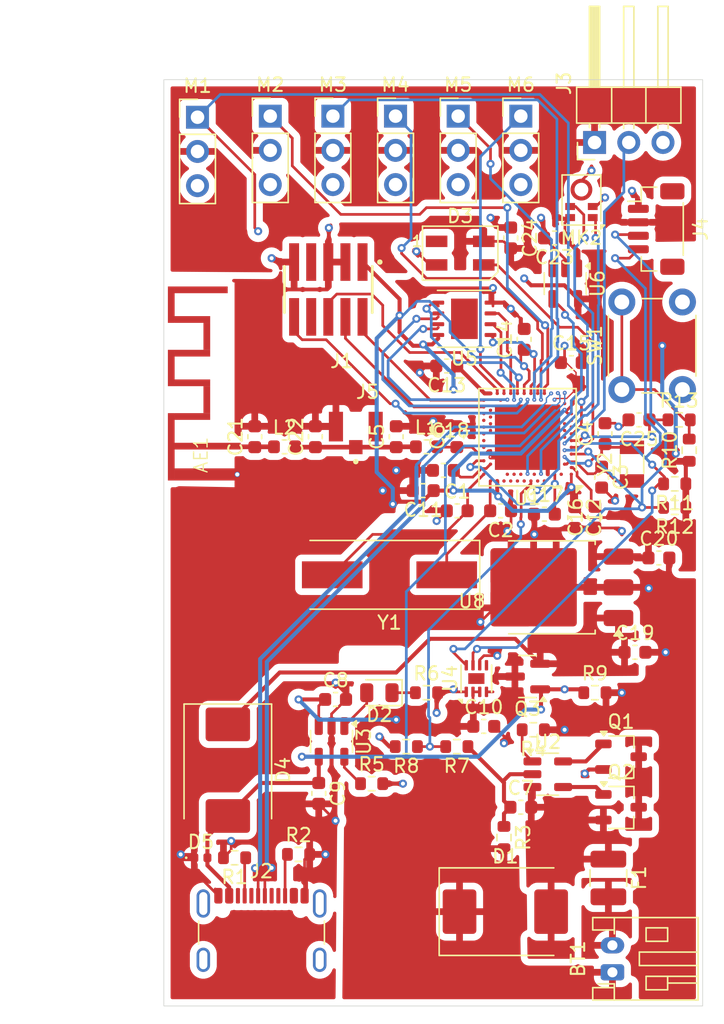
<source format=kicad_pcb>
(kicad_pcb (version 20240108) (generator "pcbnew") (generator_version "8.0")
  (layers (0 "F.Cu" signal) (1 "In1.Cu" signal) (2 "In2.Cu" signal) (31 "B.Cu" signal) (34 "B.Paste" user) (35 "F.Paste" user) (36 "B.SilkS" user "B.Silkscreen") (37 "F.SilkS" user "F.Silkscreen") (38 "B.Mask" user) (39 "F.Mask" user) (44 "Edge.Cuts" user))
  (net 0 "")
  (net 1 "+BATT")
  (net 2 "Net-(BT1--)")
  (net 3 "BAT_IND")
  (net 5 "VDD")
  (net 7 "+3.3V")
  (net 9 "Net-(U1-P0.18{slash}~{RESET})")
  (net 10 "Net-(U1-SWDIO)")
  (net 11 "/MCU/SWO")
  (net 13 "Net-(U1-SWDCLK)")
  (net 15 "Net-(C22-Pad1)")
  (net 17 "VBUS")
  (net 19 "Net-(J2-CC2)")
  (net 21 "Net-(J2-CC1)")
  (net 23 "LED")
  (net 24 "SCL")
  (net 28 "SDA")
  (net 29 "PWM_0")
  (net 30 "Net-(Q1-D)")
  (net 31 "Net-(Q1-G)")
  (net 33 "Net-(Q2-G)")
  (net 34 "Net-(AE1-Pad1)")
  (net 36 "Net-(D2-K)")
  (net 40 "PWM_1")
  (net 43 "-BATT")
  (net 44 "/MCU/QSPI_CS")
  (net 46 "/MCU/QSPI_SCK")
  (net 47 "PWM_2")
  (net 49 "PWM_3")
  (net 50 "PWM_4")
  (net 51 "Net-(U1-DEC4)")
  (net 53 "Net-(U1-XC1)")
  (net 55 "/MCU/QSPI_SIO1")
  (net 57 "PWM_5")
  (net 58 "Net-(U1-XL2{slash}P0.01)")
  (net 59 "Net-(U1-DEC1)")
  (net 60 "PDM_CLK")
  (net 62 "A_BAT")
  (net 63 "/MCU/Perf_enable")
  (net 64 "/MCU/QSPI_SIO3")
  (net 67 "/MCU/QSPI_SIO2")
  (net 68 "Net-(U1-XC2)")
  (net 69 "PDM_DAT")
  (net 70 "Net-(U1-DEC3)")
  (net 73 "Net-(U1-XL1{slash}P0.00)")
  (net 75 "/MCU/QSPI_SIO0")
  (net 76 "Net-(U1-DECUSB)")
  (net 78 "Net-(U1-ANT)")
  (net 79 "GND")
  (net 80 "Net-(U2-VM)")
  (net 81 "Net-(U2-VDD)")
  (net 83 "D_P")
  (net 84 "D_N")
  (net 86 "Net-(D2-A)")
  (net 87 "Net-(U3-PROG)")
  (net 90 "Net-(D4-K)")
  (net 91 "Net-(U1-P0.06)")
  (net 92 "Net-(R10-Pad2)")
  (footprint "Resistor_SMD:R_0603_1608Metric" (layer "F.Cu") (at 95.675 101.5 180)
    (property "Reference" "R12")
    (property "Value" "10k")
  )
  (footprint "Resistor_SMD:R_0603_1608Metric" (layer "F.Cu") (at 83 126 -90)
    (property "Reference" "R3")
    (property "Value" "220")
  )
  (footprint "Personal:TE_2337019-1" (layer "F.Cu") (at 72 95.5)
    (property "Reference" "J5")
    (property "Value" "2337019-1")
  )
  (footprint "Fuse:Fuse_1210_3225Metric" (layer "F.Cu") (at 90.75 129 -90)
    (property "Reference" "F1")
    (property "Value" "Fuse")
  )
  (footprint "Connector_PinHeader_2.54mm:PinHeader_1x03_P2.54mm_Vertical" (layer "F.Cu") (at 79.6 72.4575)
    (property "Reference" "M5")
    (property "Value" "Motor_Servo")
  )
  (footprint "Capacitor_SMD:C_0603_1608Metric" (layer "F.Cu") (at 69 96.25 90)
    (property "Reference" "C22")
    (property "Value" "2.4p")
  )
  (footprint "Resistor_SMD:R_0603_1608Metric" (layer "F.Cu") (at 96 95)
    (property "Reference" "R13")
    (property "Value" "100k")
  )
  (footprint "Resistor_SMD:R_0603_1608Metric" (layer "F.Cu") (at 63 127.5 180)
    (property "Reference" "R1")
    (property "Value" "5.1k")
  )
  (footprint "Inductor_SMD:L_0603_1608Metric" (layer "F.Cu") (at 66.7125 97)
    (property "Reference" "L2")
    (property "Value" "2.4n")
  )
  (footprint "Connector_PinHeader_2.54mm:PinHeader_1x03_P2.54mm_Vertical" (layer "F.Cu") (at 74.95 72.4575)
    (property "Reference" "M4")
    (property "Value" "Motor_Servo")
  )
  (footprint "Resistor_SMD:R_0603_1608Metric" (layer "F.Cu") (at 73.175 122)
    (property "Reference" "R5")
    (property "Value" "2k")
  )
  (footprint "Connector_PinHeader_2.54mm:PinHeader_1x03_P2.54mm_Vertical" (layer "F.Cu") (at 60.25 72.5375)
    (property "Reference" "M1")
    (property "Value" "Motor_Servo")
  )
  (footprint "Connector_USB:USB_C_Receptacle_GCT_USB4105-xx-A_16P_TopMnt_Horizontal" (layer "F.Cu") (at 65 134)
    (property "Reference" "J2")
    (property "Value" "USB_C_Receptacle")
  )
  (footprint "Connector_PinHeader_2.54mm:PinHeader_1x03_P2.54mm_Vertical" (layer "F.Cu") (at 84.25 72.4575)
    (property "Reference" "M6")
    (property "Value" "Motor_Servo")
  )
  (footprint "Capacitor_SMD:C_0603_1608Metric" (layer "F.Cu") (at 84.5 89.025 90)
    (property "Reference" "C14")
    (property "Value" "4.7u")
  )
  (footprint "Package_TO_SOT_SMD:SOT-23-5" (layer "F.Cu") (at 86.25 121.3)
    (property "Reference" "U2")
    (property "Value" "~")
  )
  (footprint "Resistor_SMD:R_0603_1608Metric" (layer "F.Cu") (at 79.5 119.25 180)
    (property "Reference" "R7")
    (property "Value" "100k")
  )
  (footprint "Capacitor_SMD:C_0603_1608Metric" (layer "F.Cu") (at 75 96.25 90)
    (property "Reference" "C5")
    (property "Value" "0.5p")
  )
  (footprint "Connector_JST:JST_SH_BM04B-SRSS-TB_1x04-1MP_P1.00mm_Vertical" (layer "F.Cu") (at 94.3 80.8375 -90)
    (property "Reference" "J4")
    (property "Value" "Conn_01x04")
  )
  (footprint "Button_Switch_THT:SW_PUSH_6mm" (layer "F.Cu") (at 91.75 92.75 90)
    (property "Reference" "SW1")
    (property "Value" "SW_Push")
  )
  (footprint "Capacitor_SMD:C_0603_1608Metric" (layer "F.Cu") (at 82.75 101.75 180)
    (property "Reference" "C2")
    (property "Value" "12p")
  )
  (footprint "Capacitor_SMD:C_0603_1608Metric" (layer "F.Cu") (at 88.25 102.25 -90)
    (property "Reference" "C12")
    (property "Value" ".1u")
  )
  (footprint "Capacitor_SMD:C_0603_1608Metric" (layer "F.Cu") (at 81.5 117.75)
    (property "Reference" "C10")
    (property "Value" ".1u")
  )
  (footprint "Capacitor_SMD:C_0603_1608Metric" (layer "F.Cu") (at 89.75 102.225 90)
    (property "Reference" "C16")
    (property "Value" ".1u")
  )
  (footprint "Package_TO_SOT_SMD:TO-252-3_TabPin2" (layer "F.Cu") (at 86.46 107.4275 180)
    (property "Reference" "U8")
    (property "Value" "LD39150DT33")
  )
  (footprint "Resistor_SMD:R_0603_1608Metric" (layer "F.Cu") (at 75.75 119.25 180)
    (property "Reference" "R8")
    (property "Value" "100k")
  )
  (footprint "Capacitor_SMD:C_0603_1608Metric" (layer "F.Cu") (at 92.725 112.25)
    (property "Reference" "C19")
    (property "Value" "1u")
  )
  (footprint "Connector_PinHeader_2.54mm:PinHeader_1x03_P2.54mm_Vertical" (layer "F.Cu") (at 65.65 72.4575)
    (property "Reference" "M2")
    (property "Value" "Motor_Servo")
  )
  (footprint "Capacitor_SMD:C_0603_1608Metric" (layer "F.Cu") (at 79.525 101.75)
    (property "Reference" "C1")
    (property "Value" "12p")
  )
  (footprint "Package_SON:WSON-8-1EP_4x4mm_P0.8mm_EP1.98x3mm" (layer "F.Cu") (at 80.0625 87.5 180)
    (property "Reference" "U5")
    (property "Value" "MX25R6435FZAIL0")
  )
  (footprint "Capacitor_SMD:C_0603_1608Metric" (layer "F.Cu") (at 70.5 115.75)
    (property "Reference" "C8")
    (property "Value" "4.7u")
  )
  (footprint "Diode_SMD:D_0402_1005Metric" (layer "F.Cu") (at 60.5 127.5)
    (property "Reference" "D5")
    (property "Value" "D_TVS")
  )
  (footprint "Package_TO_SOT_SMD:SOT-23" (layer "F.Cu") (at 84.75 114.05 180)
    (property "Reference" "Q3")
    (property "Value" "DMG2301L")
  )
  (footprint "Package_TO_SOT_SMD:TSOT-23" (layer "F.Cu") (at 91.69 123.75)
    (property "Reference" "Q2")
    (property "Value" "Q_NMOS_GSD")
  )
  (footprint "Capacitor_SMD:C_0603_1608Metric" (layer "F.Cu") (at 78.5 98.75)
    (property "Reference" "C18")
    (property "Value" "100p")
  )
  (footprint "LED_SMD:LED_0805_2012Metric" (layer "F.Cu") (at 73.75 115.25 180)
    (property "Reference" "D2")
    (property "Value" "LED")
  )
  (footprint "Package_TO_SOT_SMD:TSOT-23" (layer "F.Cu") (at 91.69 120)
    (property "Reference" "Q1")
    (property "Value" "Q_NMOS_GSD")
  )
  (footprint "Capacitor_SMD:C_0603_1608Metric" (layer "F.Cu") (at 86 102)
    (property "Reference" "C17")
    (property "Value" "1u")
  )
  (footprint "Resistor_SMD:R_0603_1608Metric" (layer "F.Cu") (at 95.675 99.75 180)
    (property "Reference" "R11")
    (property "Value" "10k")
  )
  (footprint "Capacitor_SMD:C_0603_1608Metric" (layer "F.Cu") (at 86.75 81.5 180)
    (property "Reference" "C23")
    (property "Value" ".1u")
  )
  (footprint "Diode_SMD:D_SMC" (layer "F.Cu") (at 83.1 131.5)
    (property "Reference" "D1")
    (property "Value" "B340")
  )
  (footprint "Crystal:Crystal_SMD_HC49-SD" (layer "F.Cu") (at 74.5 106.5 180)
    (property "Reference" "Y1")
    (property "Value" "32MHz")
  )
  (footprint "Personal:SAMTEC_FTSH-105-01-F-DV-P-TR" (layer "F.Cu") (at 69.96 85.3225 180)
    (property "Reference" "J1")
    (property "Value" "FTSH-105-01-F-DV-P-TR")
  )
  (footprint "Capacitor_SMD:C_0603_1608Metric" (layer "F.Cu") (at 90.5 96.025 90)
    (property "Reference" "C4")
    (property "Value" "12p")
  )
  (footprint "Capacitor_SMD:C_0603_1608Metric" (layer "F.Cu") (at 83.5 81.5 -90)
    (property "Reference" "C24")
    (property "Value" ".1u")
  )
  (footprint "Connector_PinHeader_2.54mm:PinHeader_1x03_P2.54mm_Vertical" (layer "F.Cu") (at 70.3 72.4575)
    (property "Reference" "M3")
    (property "Value" "Motor_Servo")
  )
  (footprint "Resistor_SMD:R_0603_1608Metric" (layer "F.Cu") (at 85.175 118 180)
    (property "Reference" "R4")
    (property "Value" "2k")
  )
  (footprint "Capacitor_SMD:C_0603_1608Metric" (layer "F.Cu") (at 64.5 96.25 90)
    (property "Reference" "C21")
    (property "Value" "2.4p")
  )
  (footprint "Sensor_Audio:Knowles_LGA-5_3.5x2.65mm" (layer "F.Cu") (at 88.75 78.6825 180)
    (property "Reference" "MK2")
    (property "Value" "MMICT390200012")
  )
  (footprint "Diode_SMD:D_SMC" (layer "F.Cu") (at 62.5 121 -90)
    (property "Reference" "D4")
    (property "Value" "B340")
  )
  (footprint "Inductor_SMD:L_0603_1608Metric" (layer "F.Cu") (at 77.25 97)
    (property "Reference" "L1")
    (property "Value" "4.7n")
  )
  (footprint "Package_DFN_QFN:Nordic_AQFN-73-1EP_7x7mm_P0.5mm" (layer "F.Cu") (at 84.75 96.2875 180)
    (property "Reference" "U1")
    (property "Value" "nRF52840")
  )
  (footprint "Capacitor_SMD:C_0603_1608Metric" (layer "F.Cu") (at 77 100.25 180)
    (property "Reference" "C11")
    (property "Value" "1u")
  )
  (footprint "Connector_JST:JST_PH_S2B-PH-K_1x02_P2.00mm_Horizontal" (layer "F.Cu") (at 91.05 136 90)
    (property "Reference" "BT1")
    (property "Value" "Battery_Cell")
  )
  (footprint "Resistor_SMD:R_0603_1608Metric" (layer "F.Cu") (at 77.25 115.25)
    (property "Reference" "R6")
    (property "Value" "470")
  )
  (footprint "Capacitor_SMD:C_0603_1608Metric" (layer "F.Cu") (at 79.5 96.25 90)
    (property "Reference" "C6")
    (property "Value" "0.8p")
  )
  (footprint "Package_TO_SOT_SMD:SOT-23-5" (layer "F.Cu") (at 87.55 84.8875 -90)
    (property "Reference" "U6")
    (property "Value" "AP22814AW5")
  )
  (footprint "Package_TO_SOT_SMD:SOT-23-5" (layer "F.Cu") (at 70.2 118.8625 -90)
    (property "Reference" "U3")
    (property "Value" "MCP73831-2-OT")
  )
  (footprint "Capacitor_SMD:C_0603_1608Metric" (layer "F.Cu") (at 93.025 95 180)
    (property "Reference" "C25")
    (property "Value" "1u")
  )
  (footprint "Resistor_SMD:R_0603_1608Metric" (layer "F.Cu") (at 96.75 97.25 90)
    (property "Reference" "R10")
    (property "Value" "10k")
  )
  (footprint "Crystal:Crystal_SMD_3215-2Pin_3.2x1.5mm" (layer "F.Cu") (at 92.5 98.2875 90)
    (property "Reference" "Y2")
    (property "Value" "32.768kHz")
  )
  (footprint "Package_DFN_QFN:TDFN-8-1EP_2x2mm_P0.5mm_EP0.8x1.2mm" (layer "F.Cu") (at 80.95 114.2 90)
    (property "Reference" "U4")
    (property "Value" "MAX17048")
  )
  (footprint "Resistor_SMD:R_0603_1608Metric" (layer "F.Cu") (at 89.75 115.25)
    (property "Reference" "R9")
    (property "Value" "100k")
  )
  (footprint "Capacitor_SMD:C_0603_1608Metric" (layer "F.Cu") (at 90.25 99.25 -90)
    (property "Reference" "C3")
    (property "Value" "12p")
  )
  (footprint "LED_SMD:LED_SK6812MINI_PLCC4_3.5x3.5mm_P1.75mm" (layer "F.Cu") (at 79.75 82.625)
    (property "Reference" "D3")
    (property "Value" "SK6812MINI")
  )
  (footprint "Connector_PinHeader_2.54mm:PinHeader_1x03_P2.54mm_Horizontal" (layer "F.Cu") (at 89.725 74.4125 90)
    (property "Reference" "J3")
    (property "Value" "Conn_01x03")
  )
  (footprint "Capacitor_SMD:C_0603_1608Metric" (layer "F.Cu") (at 78.75 91 180)
    (property "Reference" "C13")
    (property "Value" ".1u")
  )
  (footprint "Capacitor_SMD:C_0603_1608Metric" (layer "F.Cu") (at 88 90.75)
    (property "Reference" "C15")
    (property "Value" "4.7u")
  )
  (footprint "Resistor_SMD:R_0603_1608Metric" (layer "F.Cu") (at 67.75 127.25)
    (property "Reference" "R2")
    (property "Value" "5.1k")
  )
  (footprint "Personal:Trace Antenna" (layer "F.Cu") (at 61 97.6 90)
    (property "Reference" "AE1")
    (property "Value" "~")
  )
  (footprint "Capacitor_SMD:C_0603_1608Metric" (layer "F.Cu") (at 69.25 122.725 -90)
    (property "Reference" "C9")
    (property "Value" "4.7u")
  )
  (footprint "Capacitor_SMD:C_0603_1608Metric" (layer "F.Cu") (at 94.5 105.25)
    (property "Reference" "C20")
    (property "Value" "1u")
  )
  (footprint "Capacitor_SMD:C_0603_1608Metric" (layer "F.Cu") (at 84.25 123.75)
    (property "Reference" "C7")
    (property "Value" ".1u")
  )
  (gr_rect (start 57.75 69.75) (end 97.75 138.5) (stroke (width 0.05)) (fill none) (layer "Edge.Cuts"))
  (segment (start 80.7 115.1875) (end 80.7 116.2) (width 0.2) (layer "F.Cu") (net 1))
  (segment (start 69.25 117.725) (end 69.25 116.225) (width 0.2) (layer "F.Cu") (net 1))
  (segment (start 81.2 115.1875) (end 80.7 115.1875) (width 0.2) (layer "F.Cu") (net 1))
  (segment (start 67.75 115.75) (end 69.725 115.75) (width 0.3) (layer "F.Cu") (net 1))
  (segment (start 69.25 116.225) (end 69.725 115.75) (width 0.2) (layer "F.Cu") (net 1))
  (via (at 67.75 115.75) (size 0.6) (drill 0.3) (layers "F.Cu" "B.Cu") (net 1))
  (via (at 75 117.25) (size 0.6) (drill 0.3) (layers "F.Cu" "B.Cu") (net 1))
  (segment (start 75 117.25) (end 69.25 117.25) (width 0.3) (layer "B.Cu") (net 1))
  (segment (start 69.25 117.25) (end 67.75 115.75) (width 0.3) (layer "B.Cu") (net 1))
  (segment (start 91.05 134) (end 90.25 134) (width 0.3) (layer "F.Cu") (net 2))
  (segment (start 91.05 134) (end 91.05 133.45) (width 0.3) (layer "F.Cu") (net 2))
  (segment (start 87.126837 88.126837) (end 82.5 83.5) (width 0.2) (layer "F.Cu") (net 3))
  (segment (start 89.6 96.398529) (end 89.6 89.251471) (width 0.2) (layer "F.Cu") (net 3))
  (segment (start 88.475366 88.126837) (end 88.25 88.126837) (width 0.2) (layer "F.Cu") (net 3))
  (segment (start 88 97.0375) (end 88.7125 97.0375) (width 0.2) (layer "F.Cu") (net 3))
  (segment (start 88.25 88.126837) (end 87.126837 88.126837) (width 0.2) (layer "F.Cu") (net 3))
  (segment (start 82.5 83.5) (end 81.5 83.5) (width 0.2) (layer "F.Cu") (net 3))
  (segment (start 89.6 89.251471) (end 88.475366 88.126837) (width 0.2) (layer "F.Cu") (net 3))
  (segment (start 89.248529 96.75) (end 89.6 96.398529) (width 0.2) (layer "F.Cu") (net 3))
  (segment (start 89 96.75) (end 89.248529 96.75) (width 0.2) (layer "F.Cu") (net 3))
  (segment (start 88.7125 97.0375) (end 89 96.75) (width 0.2) (layer "F.Cu") (net 3))
  (segment (start 82.975 81.75) (end 83.5 82.275) (width 0.2) (layer "F.Cu") (net 5))
  (segment (start 87.525 81.5) (end 87.525 80.374) (width 0.2) (layer "F.Cu") (net 5))
  (segment (start 87.525 80.374) (end 87.9125 79.9865) (width 0.2) (layer "F.Cu") (net 5))
  (segment (start 81.5 81.75) (end 82.975 81.75) (width 0.2) (layer "F.Cu") (net 5))
  (segment (start 88.5 83.75) (end 88.5 82.475) (width 0.35) (layer "F.Cu") (net 5))
  (segment (start 88.5 82.475) (end 87.525 81.5) (width 0.35) (layer "F.Cu") (net 5))
  (segment (start 88 100) (end 88 99.0375) (width 0.2) (layer "F.Cu") (net 7))
  (segment (start 82.5 99.5375) (end 82.5 100.598528) (width 0.3) (layer "F.Cu") (net 7))
  (segment (start 79.25 92.75) (end 79.25 91.275) (width 0.3) (layer "F.Cu") (net 7))
  (segment (start 87.4875 85.0125) (end 85.0125 85.0125) (width 0.3) (layer "F.Cu") (net 7))
  (segment (start 79.525 91) (end 81.5625 93.0375) (width 0.3) (layer "F.Cu") (net 7))
  (segment (start 87.5 94.2875) (end 87.676776 94.2875) (width 0.2) (layer "F.Cu") (net 7))
  (segment (start 76.95 101.075) (end 77.775 100.25) (width 0.3) (layer "F.Cu") (net 7))
  (segment (start 96.5 98.325) (end 96.75 98.075) (width 0.3) (layer "F.Cu") (net 7))
  (segment (start 81.5625 93.0375) (end 82 93.0375) (width 0.3) (layer "F.Cu") (net 7))
  (segment (start 77.675 89.4) (end 78.125 88.95) (width 0.3) (layer "F.Cu") (net 7))
  (segment (start 88.25 101.475) (end 88 101.225) (width 0.2) (layer "F.Cu") (net 7))
  (segment (start 75.25 87.25) (end 75.25 86.0375) (width 0.3) (layer "F.Cu") (net 7))
  (segment (start 88 101.225) (end 88 100) (width 0.2) (layer "F.Cu") (net 7))
  (segment (start 84.875 92.032896) (end 84.5 92.407896) (width 0.2) (layer "F.Cu") (net 7))
  (segment (start 79.25 91.275) (end 79.525 91) (width 0.3) (layer "F.Cu") (net 7))
  (segment (start 88.15 93.415685) (end 89 92.565685) (width 0.2) (layer "F.Cu") (net 7))
  (segment (start 76.9 89.5) (end 76.25 89.5) (width 0.3) (layer "F.Cu") (net 7))
  (segment (start 88.5 86.025) (end 87.4875 85.0125) (width 0.3) (layer "F.Cu") (net 7))
  (segment (start 85.0125 85.0125) (end 84.5 84.5) (width 0.3) (layer "F.Cu") (net 7))
  (segment (start 84.875 91.375) (end 84.875 92.032896) (width 0.2) (layer "F.Cu") (net 7))
  (segment (start 75.25 88.5) (end 75.25 87.25) (width 0.3) (layer "F.Cu") (net 7))
  (segment (start 74.925 101.075) (end 76.95 101.075) (width 0.3) (layer "F.Cu") (net 7))
  (segment (start 84.5 91.025) (end 84.4875 91.0125) (width 0.2) (layer "F.Cu") (net 7))
  (segment (start 82.5 100.598528) (end 82.575 100.673528) (width 0.3) (layer "F.Cu") (net 7))
  (segment (start 84.5 92.407896) (end 84.5 93.0375) (width 0.2) (layer "F.Cu") (net 7))
  (segment (start 84.5 91.025) (end 84.525 91.025) (width 0.2) (layer "F.Cu") (net 7))
  (segment (start 87.676776 94.2875) (end 88.15 93.814276) (width 0.2) (layer "F.Cu") (net 7))
  (segment (start 84.525 91.025) (end 84.875 91.375) (width 0.2) (layer "F.Cu") (net 7))
  (segment (start 74.75 101.25) (end 74.925 101.075) (width 0.3) (layer "F.Cu") (net 7))
  (segment (start 76.25 89.5) (end 75.25 88.5) (width 0.3) (layer "F.Cu") (net 7))
  (segment (start 84.25 90.775) (end 84.25 89.8) (width 0.2) (layer "F.Cu") (net 7))
  (segment (start 77 89.4) (end 77.675 89.4) (width 0.3) (layer "F.Cu") (net 7))
  (segment (start 75.25 86.0375) (end 72.5 83.2875) (width 0.3) (layer "F.Cu") (net 7))
  (segment (start 96.5 99.75) (end 96.5 98.325) (width 0.3) (layer "F.Cu") (net 7))
  (segment (start 89.025 102.25) (end 90.75 102.25) (width 0.2) (layer "F.Cu") (net 7))
  (segment (start 77.775 100.25) (end 79.25 100.25) (width 0.3) (layer "F.Cu") (net 7))
  (segment (start 88 94.5375) (end 87.75 94.5375) (width 0.2) (layer "F.Cu") (net 7))
  (segment (start 88.25 101.475) (end 89.025 102.25) (width 0.2) (layer "F.Cu") (net 7))
  (segment (start 88.15 93.814276) (end 88.15 93.415685) (width 0.2) (layer "F.Cu") (net 7))
  (segment (start 77 89.4) (end 76.9 89.5) (width 0.3) (layer "F.Cu") (net 7))
  (segment (start 89 92.565685) (end 89 92.5) (width 0.2) (layer "F.Cu") (net 7))
  (segment (start 84.4875 91.0125) (end 84.25 90.775) (width 0.2) (layer "F.Cu") (net 7))
  (segment (start 87.75 94.5375) (end 87.5 94.2875) (width 0.2) (layer "F.Cu") (net 7))
  (via (at 79.25 92.75) (size 0.6) (drill 0.3) (layers "F.Cu" "B.Cu") (net 7))
  (via (at 94.75 89.5) (size 0.6) (drill 0.3) (layers "F.Cu" "B.Cu") (net 7))
  (via (at 84.4875 91.0125) (size 0.6) (drill 0.3) (layers "F.Cu" "B.Cu") (net 7))
  (via (at 74.75 101.25) (size 0.6) (drill 0.3) (layers "F.Cu" "B.Cu") (net 7))
  (via (at 84.5 84.5) (size 0.6) (drill 0.3) (layers "F.Cu" "B.Cu") (net 7))
  (via (at 79.25 100.25) (size 0.6) (drill 0.3) (layers "F.Cu" "B.Cu") (net 7))
  (via (at 75.25 87.25) (size 0.6) (drill 0.3) (layers "F.Cu" "B.Cu") (net 7))
  (via (at 82.575 100.673528) (size 0.6) (drill 0.3) (layers "F.Cu" "B.Cu") (net 7))
  (via micro (at 87.5 94.25) (size 0.3) (drill 0.1) (layers "F.Cu" "B.Cu") (net 7))
  (via (at 77 89.4) (size 0.6) (drill 0.3) (layers "F.Cu" "B.Cu") (net 7))
  (via (at 88 100) (size 0.6) (drill 0.3) (layers "F.Cu" "B.Cu") (net 7))
  (via (at 95.75 97.5) (size 0.6) (drill 0.3) (layers "F.Cu" "B.Cu") (net 7))
  (segment (start 84.252082 97.497918) (end 87.5 94.25) (width 0.3) (layer "B.Cu") (net 7))
  (segment (start 74.75 100.080761) (end 73.55 98.880761) (width 0.3) (layer "B.Cu") (net 7))
  (segment (start 80.582843 97.497918) (end 84.252082 97.497918) (width 0.3) (layer "B.Cu") (net 7))
  (segment (start 86.25 101.75) (end 88 100) (width 0.3) (layer "B.Cu") (net 7))
  (segment (start 73.55 88.95) (end 75.25 87.25) (width 0.3) (layer "B.Cu") (net 7))
  (segment (start 95.75 97.5) (end 95.75 94.159189) (width 0.3) (layer "B.Cu") (net 7))
  (segment (start 82.575 100.673528) (end 83.651472 101.75) (width 0.3) (layer "B.Cu") (net 7))
  (segment (start 75.5 87.25) (end 75.25 87.25) (width 0.2) (layer "B.Cu") (net 7))
  (segment (start 79.25 98.830761) (end 80.582843 97.497918) (width 0.3) (layer "B.Cu") (net 7))
  (segment (start 95.75 94.159189) (end 94.75 93.159189) (width 0.3) (layer "B.Cu") (net 7))
  (segment (start 73.55 98.880761) (end 73.55 88.95) (width 0.3) (layer "B.Cu") (net 7))
  (segment (start 79.25 100.25) (end 82.151472 100.25) (width 0.3) (layer "B.Cu") (net 7))
  (segment (start 82.151472 100.25) (end 82.575 100.673528) (width 0.3) (layer "B.Cu") (net 7))
  (segment (start 79.25 91.65) (end 79.25 92.75) (width 0.3) (layer "B.Cu") (net 7))
  (segment (start 77 89.4) (end 79.25 91.65) (width 0.3) (layer "B.Cu") (net 7))
  (segment (start 80.85 90.35) (end 79 88.5) (width 0.2) (layer "B.Cu") (net 7))
  (segment (start 94.75 93.159189) (end 94.75 89.5) (width 0.3) (layer "B.Cu") (net 7))
  (segment (start 79.25 100.25) (end 79.25 98.830761) (width 0.3) (layer "B.Cu") (net 7))
  (segment (start 83.651472 101.75) (end 86.25 101.75) (width 0.3) (layer "B.Cu") (net 7))
  (segment (start 79 88.5) (end 79 87.722182) (width 0.2) (layer "B.Cu") (net 7))
  (segment (start 84.4875 91.0125) (end 83.825 90.35) (width 0.2) (layer "B.Cu") (net 7))
  (segment (start 76.55 86.2) (end 75.5 87.25) (width 0.2) (layer "B.Cu") (net 7))
  (segment (start 79 87.722182) (end 77.477818 86.2) (width 0.2) (layer "B.Cu") (net 7))
  (segment (start 77.477818 86.2) (end 76.55 86.2) (width 0.2) (layer "B.Cu") (net 7))
  (segment (start 83.825 90.35) (end 80.85 90.35) (width 0.2) (layer "B.Cu") (net 7))
  (segment (start 74.75 101.25) (end 74.75 100.080761) (width 0.3) (layer "B.Cu") (net 7))
  (segment (start 74.950735 93.799265) (end 74.549265 93.799265) (width 0.2) (layer "F.Cu") (net 9))
  (segment (start 69.8025 89.0525) (end 68.02 89.0525) (width 0.2) (layer "F.Cu") (net 9))
  (segment (start 68.02 89.0525) (end 67.42 88.4525) (width 0.2) (layer "F.Cu") (net 9))
  (segment (start 67.42 88.4525) (end 67.42 87.3575) (width 0.2) (layer "F.Cu") (net 9))
  (segment (start 74.549265 93.799265) (end 69.8025 89.0525) (width 0.2) (layer "F.Cu") (net 9))
  (via micro (at 84.75 93.5) (size 0.3) (drill 0.1) (layers "F.Cu" "B.Cu") (net 9))
  (via (at 74.950735 93.799265) (size 0.6) (drill 0.3) (layers "F.Cu" "B.Cu") (net 9))
  (segment (start 84.75 93.714581) (end 84.75 93.5) (width 0.2) (layer "B.Cu") (net 9))
  (segment (start 74.950735 93.799265) (end 75.65147 94.5) (width 0.2) (layer "B.Cu") (net 9))
  (segment (start 75.65147 94.5) (end 83.964581 94.5) (width 0.2) (layer "B.Cu") (net 9))
  (segment (start 83.964581 94.5) (end 84.75 93.714581) (width 0.2) (layer "B.Cu") (net 9))
  (segment (start 72.5 88.5) (end 72.5 87.3575) (width 0.2) (layer "F.Cu") (net 10))
  (segment (start 77.5375 93.5375) (end 72.5 88.5) (width 0.2) (layer "F.Cu") (net 10))
  (segment (start 81.5 93.5375) (end 77.5375 93.5375) (width 0.2) (layer "F.Cu") (net 10))
  (segment (start 79.748696 90) (end 76 90) (width 0.2) (layer "F.Cu") (net 11))
  (segment (start 70.5875 85.6625) (end 73.17 85.6625) (width 0.2) (layer "F.Cu") (net 11))
  (segment (start 76 90) (end 74 88) (width 0.2) (layer "F.Cu") (net 11))
  (segment (start 74 86.4925) (end 74 88) (width 0.2) (layer "F.Cu") (net 11))
  (segment (start 82.5 92.751304) (end 79.748696 90) (width 0.2) (layer "F.Cu") (net 11))
  (segment (start 73.17 85.6625) (end 74 86.4925) (width 0.2) (layer "F.Cu") (net 11))
  (segment (start 69.96 86.29) (end 69.96 87.3575) (width 0.2) (layer "F.Cu") (net 11))
  (segment (start 82.5 93.0375) (end 82.5 92.751304) (width 0.2) (layer "F.Cu") (net 11))
  (segment (start 70.5875 85.6625) (end 69.96 86.29) (width 0.2) (layer "F.Cu") (net 11))
  (segment (start 81.5 94.0375) (end 76.315 94.0375) (width 0.2) (layer "F.Cu") (net 13))
  (segment (start 71.23 88.9525) (end 71.23 87.3575) (width 0.2) (layer "F.Cu") (net 13))
  (segment (start 76.315 94.0375) (end 71.23 88.9525) (width 0.2) (layer "F.Cu") (net 13))
  (segment (start 76.4625 97) (end 75.025 97) (width 0.35) (layer "F.Cu") (net 15))
  (segment (start 75 97.025) (end 72 97.025) (width 0.35) (layer "F.Cu") (net 15))
  (segment (start 75.025 97) (end 75 97.025) (width 0.35) (layer "F.Cu") (net 15))
  (segment (start 69 97.025) (end 67.525 97.025) (width 0.35) (layer "F.Cu") (net 15))
  (segment (start 72 97.025) (end 69 97.025) (width 0.35) (layer "F.Cu") (net 15))
  (segment (start 67.525 97.025) (end 67.5 97) (width 0.35) (layer "F.Cu") (net 15))
  (segment (start 60.985 128.068604) (end 60.985 125.915) (width 0.3) (layer "F.Cu") (net 17))
  (segment (start 62.6 130.32) (end 62.6 129.683604) (width 0.3) (layer "F.Cu") (net 17))
  (segment (start 87.5 115) (end 88.675 115) (width 0.3) (layer "F.Cu") (net 17))
  (segment (start 64.95 121.95) (end 69.25 121.95) (width 0.3) (layer "F.Cu") (net 17))
  (segment (start 69.25 120) (end 68 120) (width 0.3) (layer "F.Cu") (net 17))
  (segment (start 69.25 121.95) (end 69.25 120) (width 0.3) (layer "F.Cu") (net 17))
  (segment (start 60.985 125.915) (end 62.5 124.4) (width 0.3) (layer "F.Cu") (net 17))
  (segment (start 62.6 129.683604) (end 60.985 128.068604) (width 0.3) (layer "F.Cu") (net 17))
  (segment (start 85.75 115.0625) (end 85.6875 115) (width 0.3) (layer "F.Cu") (net 17))
  (segment (start 85.6875 115) (end 87.5 115) (width 0.3) (layer "F.Cu") (net 17))
  (segment (start 85.75 116.5) (end 85.75 115.0625) (width 0.3) (layer "F.Cu") (net 17))
  (segment (start 62.5 124.4) (end 64.95 121.95) (width 0.3) (layer "F.Cu") (net 17))
  (segment (start 88.675 115) (end 88.925 115.25) (width 0.3) (layer "F.Cu") (net 17))
  (via micro (at 87.511298 92.990848) (size 0.3) (drill 0.1) (layers "F.Cu" "B.Cu") (net 17))
  (via (at 85.75 116.5) (size 0.6) (drill 0.3) (layers "F.Cu" "B.Cu") (net 17))
  (via (at 87.5 115) (size 0.6) (drill 0.3) (layers "F.Cu" "B.Cu") (net 17))
  (via (at 68 120) (size 0.6) (drill 0.3) (layers "F.Cu" "B.Cu") (net 17))
  (segment (start 75.75 107.75) (end 78.65 104.85) (width 0.2) (layer "B.Cu") (net 17))
  (segment (start 86.933148 94.306802) (end 86.806802 94.306802) (width 0.1) (layer "B.Cu") (net 17))
  (segment (start 84.17929 96.934314) (end 84.242463 96.871141) (width 0.2) (layer "B.Cu") (net 17))
  (segment (start 78.65 98.35) (end 80.065686 96.934314) (width 0.2) (layer "B.Cu") (net 17))
  (segment (start 75.75 120) (end 75.75 107.75) (width 0.2) (layer "B.Cu") (net 17))
  (segment (start 75.75 120) (end 81.080761 120) (width 0.3) (layer "B.Cu") (net 17))
  (segment (start 68 120) (end 75.75 120) (width 0.3) (layer "B.Cu") (net 17))
  (segment (start 87.511298 93.728652) (end 86.933148 94.306802) (width 0.1) (layer "B.Cu") (net 17))
  (segment (start 87.511298 92.990848) (end 87.511298 93.728652) (width 0.1) (layer "B.Cu") (net 17))
  (segment (start 84.580761 116.5) (end 85.75 116.5) (width 0.3) (layer "B.Cu") (net 17))
  (segment (start 78.65 104.85) (end 78.65 98.35) (width 0.2) (layer "B.Cu") (net 17))
  (segment (start 84.242463 96.871141) (end 86.806802 94.306802) (width 0.2) (layer "B.Cu") (net 17))
  (segment (start 81.080761 120) (end 84.580761 116.5) (width 0.3) (layer "B.Cu") (net 17))
  (segment (start 80.065686 96.934314) (end 84.17929 96.934314) (width 0.2) (layer "B.Cu") (net 17))
  (segment (start 66.75 130.32) (end 66.75 127.425) (width 0.2) (layer "F.Cu") (net 19))
  (segment (start 66.75 127.425) (end 66.925 127.25) (width 0.2) (layer "F.Cu") (net 19))
  (segment (start 63.75 130.32) (end 63.75 127.575) (width 0.2) (layer "F.Cu") (net 21))
  (segment (start 63.75 127.575) (end 63.825 127.5) (width 0.2) (layer "F.Cu") (net 21))
  (via micro (at 87.5 96.75) (size 0.3) (drill 0.1) (layers "F.Cu" "B.Cu") (net 23))
  (segment (start 91.9 78.1) (end 91.9 74.7775) (width 0.2) (layer "B.Cu") (net 23))
  (segment (start 88.7 95.55) (end 89.164215 95.55) (width 0.2) (layer "B.Cu") (net 23))
  (segment (start 90.45 94.264215) (end 90.45 79.55) (width 0.2) (layer "B.Cu") (net 23))
  (segment (start 91.9 74.7775) (end 92.265 74.4125) (width 0.2) (layer "B.Cu") (net 23))
  (segment (start 87.5 96.75) (end 88.7 95.55) (width 0.2) (layer "B.Cu") (net 23))
  (segment (start 89.164215 95.55) (end 90.45 94.264215) (width 0.2) (layer "B.Cu") (net 23))
  (segment (start 90.45 79.55) (end 91.9 78.1) (width 0.2) (layer "B.Cu") (net 23))
  (segment (start 80.7 112.3) (end 80.7 113.2125) (width 0.2) (layer "F.Cu") (net 24))
  (segment (start 94 98.325) (end 94.925 99.25) (width 0.2) (layer "F.Cu") (net 24))
  (segment (start 92.3125 83) (end 92.975 82.3375) (width 0.2) (layer "F.Cu") (net 24))
  (segment (start 91.25 83) (end 92.3125 83) (width 0.2) (layer "F.Cu") (net 24))
  (segment (start 94.5 99.75) (end 94 100.25) (width 0.2) (layer "F.Cu") (net 24))
  (segment (start 94.85 99.75) (end 94.5 99.75) (width 0.2) (layer "F.Cu") (net 24))
  (segment (start 81 112) (end 80.7 112.3) (width 0.2) (layer "F.Cu") (net 24))
  (via (at 94 100.25) (size 0.6) (drill 0.3) (layers "F.Cu" "B.Cu") (net 24))
  (via (at 81 112) (size 0.6) (drill 0.3) (layers "F.Cu" "B.Cu") (net 24))
  (via (at 91.25 83) (size 0.6) (drill 0.3) (layers "F.Cu" "B.Cu") (net 24))
  (via micro (at 87.5 97.25) (size 0.3) (drill 0.1) (layers "F.Cu" "B.Cu") (net 24))
  (via (at 94 98.325) (size 0.6) (drill 0.3) (layers "F.Cu" "B.Cu") (net 24))
  (segment (start 93.5 97.825) (end 94.6 96.725) (width 0.2) (layer "B.Cu") (net 24))
  (segment (start 88.913971 96.75) (end 88.413971 97.25) (width 0.2) (layer "B.Cu") (net 24))
  (segment (start 93.5 85.25) (end 91.25 83) (width 0.2) (layer "B.Cu") (net 24))
  (segment (start 94 101.848529) (end 83.948529 111.9) (width 0.2) (layer "B.Cu") (net 24))
  (segment (start 94 98.325) (end 92.425 96.75) (width 0.2) (layer "B.Cu") (net 24))
  (segment (start 94 98.325) (end 93.5 97.825) (width 0.2) (layer "B.Cu") (net 24))
  (segment (start 94 100.25) (end 94 101.848529) (width 0.2) (layer "B.Cu") (net 24))
  (segment (start 94.6 96.001471) (end 93.5 94.901471) (width 0.2) (layer "B.Cu") (net 24))
  (segment (start 83.948529 111.9) (end 81.1 111.9) (width 0.2) (layer "B.Cu") (net 24))
  (segment (start 92.425 96.75) (end 88.913971 96.75) (width 0.2) (layer "B.Cu") (net 24))
  (segment (start 88.413971 97.25) (end 87.5 97.25) (width 0.2) (layer "B.Cu") (net 24))
  (segment (start 81.1 111.9) (end 81 112) (width 0.2) (layer "B.Cu") (net 24))
  (segment (start 93.5 94.901471) (end 93.5 85.25) (width 0.2) (layer "B.Cu") (net 24))
  (segment (start 94.6 96.725) (end 94.6 96.001471) (width 0.2) (layer "B.Cu") (net 24))
  (segment (start 93.25 101.5) (end 94.85 101.5) (width 0.2) (layer "F.Cu") (net 28))
  (segment (start 79.25 112) (end 79.25 112.2625) (width 0.2) (layer "F.Cu") (net 28))
  (segment (start 89.06875 97.5375) (end 89.25625 97.35) (width 0.2) (layer "F.Cu") (net 28))
  (segment (start 92.8875 81.25) (end 92.975 81.3375) (width 0.2) (layer "F.Cu") (net 28))
  (segment (start 91.25 81.25) (end 92.8875 81.25) (width 0.2) (layer "F.Cu") (net 28))
  (segment (start 88 97.5375) (end 89.06875 97.5375) (width 0.2) (layer "F.Cu") (net 28))
  (segment (start 79.25 112.2625) (end 80.2 113.2125) (width 0.2) (layer "F.Cu") (net 28))
  (via (at 89.25625 97.35) (size 0.6) (drill 0.3) (layers "F.Cu" "B.Cu") (net 28))
  (via (at 91.25 81.25) (size 0.6) (drill 0.3) (layers "F.Cu" "B.Cu") (net 28))
  (via (at 93.25 101.5) (size 0.6) (drill 0.3) (layers "F.Cu" "B.Cu") (net 28))
  (via (at 79.25 112) (size 0.6) (drill 0.3) (layers "F.Cu" "B.Cu") (net 28))
  (segment (start 90.498529 101.6) (end 80.098529 112) (width 0.2) (layer "B.Cu") (net 28))
  (segment (start 95 98.25) (end 95 95.835785) (width 0.2) (layer "B.Cu") (net 28))
  (segment (start 93.9 83.9) (end 91.25 81.25) (width 0.2) (layer "B.Cu") (net 28))
  (segment (start 93.25 101.5) (end 93.25 100) (width 0.2) (layer "B.Cu") (net 28))
  (segment (start 93.25 100) (end 95 98.25) (width 0.2) (layer "B.Cu") (net 28))
  (segment (start 95 95.835785) (end 93.9 94.735785) (width 0.2) (layer "B.Cu") (net 28))
  (segment (start 89.25625 97.35) (end 93.25 101.34375) (width 0.2) (layer "B.Cu") (net 28))
  (segment (start 93.25 101.34375) (end 93.25 101.5) (width 0.2) (layer "B.Cu") (net 28))
  (segment (start 80.098529 112) (end 79.25 112) (width 0.2) (layer "B.Cu") (net 28))
  (segment (start 93.15 101.6) (end 90.498529 101.6) (width 0.2) (layer "B.Cu") (net 28))
  (segment (start 93.9 94.735785) (end 93.9 83.9) (width 0.2) (layer "B.Cu") (net 28))
  (segment (start 93.25 101.5) (end 93.15 101.6) (width 0.2) (layer "B.Cu") (net 28))
  (segment (start 88.75 95.388541) (end 88.101041 96.0375) (width 0.2) (layer "F.Cu") (net 29))
  (segment (start 64.5 76.7875) (end 64.5 80.75) (width 0.2) (layer "F.Cu") (net 29))
  (segment (start 64.5 80.75) (end 64.75 81) (width 0.2) (layer "F.Cu") (net 29))
  (segment (start 88.75 93.664214) (end 88.75 95.388541) (width 0.2) (layer "F.Cu") (net 29))
  (segment (start 88.101041 96.0375) (end 88 96.0375) (width 0.2) (layer "F.Cu") (net 29))
  (segment (start 60.25 72.5375) (end 64.5 76.7875) (width 0.2) (layer "F.Cu") (net 29))
  (via (at 88.75 93.664214) (size 0.6) (drill 0.3) (layers "F.Cu" "B.Cu") (net 29))
  (via (at 64.75 81) (size 0.6) (drill 0.3) (layers "F.Cu" "B.Cu") (net 29))
  (segment (start 88.75 93.664214) (end 89.2 93.214214) (width 0.2) (layer "B.Cu") (net 29))
  (segment (start 87.778988 72.963302) (end 85.665686 70.85) (width 0.2) (layer "B.Cu") (net 29))
  (segment (start 85.665686 70.85) (end 61.9375 70.85) (width 0.2) (layer "B.Cu") (net 29))
  (segment (start 89.2 93.214214) (end 89.2 87.95) (width 0.2) (layer "B.Cu") (net 29))
  (segment (start 61.9375 70.85) (end 60.25 72.5375) (width 0.2) (layer "B.Cu") (net 29))
  (segment (start 89.2 87.95) (end 87.778988 86.528988) (width 0.2) (layer "B.Cu") (net 29))
  (segment (start 87.778988 86.528988) (end 87.778988 72.963302) (width 0.2) (layer "B.Cu") (net 29))
  (segment (start 87.3875 120.35) (end 89.08 120.35) (width 0.3) (layer "F.Cu") (net 31))
  (segment (start 89.08 120.35) (end 90.38 119.05) (width 0.3) (layer "F.Cu") (net 31))
  (segment (start 87.3875 122.25) (end 89.83 122.25) (width 0.3) (layer "F.Cu") (net 33))
  (segment (start 89.83 122.25) (end 90.38 122.8) (width 0.3) (layer "F.Cu") (net 33))
  (segment (start 61.05 97) (end 61 96.95) (width 0.35) (layer "F.Cu") (net 34))
  (segment (start 65.925 97) (end 61.05 97) (width 0.35) (layer "F.Cu") (net 34))
  (segment (start 74.6875 115.25) (end 76.425 115.25) (width 0.2) (layer "F.Cu") (net 36))
  (segment (start 77.25 79.25) (end 76.75 79.75) (width 0.2) (layer "F.Cu") (net 40))
  (segment (start 86 92.604954) (end 86 93.0375) (width 0.2) (layer "F.Cu") (net 40))
  (segment (start 86.25 88.175787) (end 86.25 92.354954) (width 0.2) (layer "F.Cu") (net 40))
  (segment (start 83.248696 79.25) (end 77.25 79.25) (width 0.2) (layer "F.Cu") (net 40))
  (segment (start 86.25 92.354954) (end 86 92.604954) (width 0.2) (layer "F.Cu") (net 40))
  (segment (start 86.05 87.975787) (end 86.25 88.175787) (width 0.2) (layer "F.Cu") (net 40))
  (segment (start 67.283654 74.091154) (end 65.65 72.4575) (width 0.2) (layer "F.Cu") (net 40))
  (segment (start 67.283654 76.1475) (end 67.283654 74.091154) (width 0.2) (layer "F.Cu") (net 40))
  (segment (start 70.886154 79.75) (end 67.283654 76.1475) (width 0.2) (layer "F.Cu") (net 40))
  (segment (start 76.75 79.75) (end 70.886154 79.75) (width 0.2) (layer "F.Cu") (net 40))
  (via (at 86.05 87.975787) (size 0.6) (drill 0.3) (layers "F.Cu" "B.Cu") (net 40))
  (via (at 83.248696 79.25) (size 0.6) (drill 0.3) (layers "F.Cu" "B.Cu") (net 40))
  (segment (start 86.024212 87.975787) (end 83.248696 85.200271) (width 0.2) (layer "B.Cu") (net 40))
  (segment (start 86.05 87.975787) (end 86.024212 87.975787) (width 0.2) (layer "B.Cu") (net 40))
  (segment (start 83.248696 85.200271) (end 83.248696 79.25) (width 0.2) (layer "B.Cu") (net 40))
  (segment (start 85.196256 90.112937) (end 85.275 90.191681) (width 0.2) (layer "F.Cu") (net 44))
  (segment (start 82.177449 89.25) (end 82.177449 88.877449) (width 0.2) (layer "F.Cu") (net 44))
  (segment (start 82.177449 88.877449) (end 82 88.7) (width 0.2) (layer "F.Cu") (net 44))
  (segment (start 85.275 90.191681) (end 85.275 92.198582) (width 0.2) (layer "F.Cu") (net 44))
  (segment (start 85 92.473582) (end 85 93.0375) (width 0.2) (layer "F.Cu") (net 44))
  (segment (start 85.275 92.198582) (end 85 92.473582) (width 0.2) (layer "F.Cu") (net 44))
  (via (at 82.177449 89.25) (size 0.6) (drill 0.3) (layers "F.Cu" "B.Cu") (net 44))
  (via (at 85.196256 90.112937) (size 0.6) (drill 0.3) (layers "F.Cu" "B.Cu") (net 44))
  (segment (start 82.177449 89.25) (end 84.333319 89.25) (width 0.2) (layer "B.Cu") (net 44))
  (segment (start 84.333319 89.25) (end 85.196256 90.112937) (width 0.2) (layer "B.Cu") (net 44))
  (segment (start 77.975 87.5) (end 78.125 87.35) (width 0.2) (layer "F.Cu") (net 46))
  (segment (start 76.5 87.5) (end 77.975 87.5) (width 0.2) (layer "F.Cu") (net 46))
  (via micro (at 84.25 93.5) (size 0.3) (drill 0.1) (layers "F.Cu" "B.Cu") (net 46))
  (via (at 76.5 87.5) (size 0.6) (drill 0.3) (layers "F.Cu" "B.Cu") (net 46))
  (segment (start 74 90) (end 74 92) (width 0.2) (layer "B.Cu") (net 46))
  (segment (start 84.25 93.648895) (end 84.25 93.5) (width 0.2) (layer "B.Cu") (net 46))
  (segment (start 83.936397 93.962498) (end 84.25 93.648895) (width 0.2) (layer "B.Cu") (net 46))
  (segment (start 76.5 87.5) (end 74 90) (width 0.2) (layer "B.Cu") (net 46))
  (segment (start 75.962498 93.962498) (end 83.936397 93.962498) (width 0.2) (layer "B.Cu") (net 46))
  (segment (start 74 92) (end 75.962498 93.962498) (width 0.2) (layer "B.Cu") (net 46))
  (via micro (at 85.75 93.5) (size 0.3) (drill 0.1) (layers "F.Cu" "B.Cu") (net 47))
  (segment (start 86.930459 87.45557) (end 86.930459 72.680459) (width 0.2) (layer "B.Cu") (net 47))
  (segment (start 86.95 89.272182) (end 87 89.222182) (width 0.2) (layer "B.Cu") (net 47))
  (segment (start 87 87.525111) (end 86.930459 87.45557) (width 0.2) (layer "B.Cu") (net 47))
  (segment (start 86.930459 72.680459) (end 85.5 71.25) (width 0.2) (layer "B.Cu") (net 47))
  (segment (start 87 89.777818) (end 86.95 89.727818) (width 0.2) (layer "B.Cu") (net 47))
  (segment (start 85.75 93.5) (end 85.75 91.565686) (width 0.2) (layer "B.Cu") (net 47))
  (segment (start 71.5075 71.25) (end 70.3 72.4575) (width 0.2) (layer "B.Cu") (net 47))
  (segment (start 87 89.222182) (end 87 87.525111) (width 0.2) (layer "B.Cu") (net 47))
  (segment (start 86.95 89.727818) (end 86.95 89.272182) (width 0.2) (layer "B.Cu") (net 47))
  (segment (start 85.5 71.25) (end 71.5075 71.25) (width 0.2) (layer "B.Cu") (net 47))
  (segment (start 87 90.315686) (end 87 89.777818) (width 0.2) (layer "B.Cu") (net 47))
  (segment (start 85.75 91.565686) (end 87 90.315686) (width 0.2) (layer "B.Cu") (net 47))
  (segment (start 85.85 88.6) (end 85.5 88.25) (width 0.2) (layer "F.Cu") (net 49))
  (segment (start 85.5 88.25) (end 85.5 87.702229) (width 0.2) (layer "F.Cu") (net 49))
  (segment (start 75.4 82.65) (end 75.4 82.25) (width 0.2) (layer "F.Cu") (net 49))
  (segment (start 82.7825 84.984729) (end 82.7825 84.963971) (width 0.2) (layer "F.Cu") (net 49))
  (segment (start 85.75 92.289268) (end 85.75 90.598529) (width 0.2) (layer "F.Cu") (net 49))
  (segment (start 85.85 90.498529) (end 85.85 88.6) (width 0.2) (layer "F.Cu") (net 49))
  (segment (start 85.5 92.539268) (end 85.75 92.289268) (width 0.2) (layer "F.Cu") (net 49))
  (segment (start 82.318529 84.5) (end 77.25 84.5) (width 0.2) (layer "F.Cu") (net 49))
  (segment (start 77.25 84.5) (end 75.4 82.65) (width 0.2) (layer "F.Cu") (net 49))
  (segment (start 85.75 90.598529) (end 85.85 90.498529) (width 0.2) (layer "F.Cu") (net 49))
  (segment (start 85.5 93.0375) (end 85.5 92.539268) (width 0.2) (layer "F.Cu") (net 49))
  (segment (start 82.7825 84.963971) (end 82.318529 84.5) (width 0.2) (layer "F.Cu") (net 49))
  (segment (start 85.5 87.702229) (end 82.7825 84.984729) (width 0.2) (layer "F.Cu") (net 49))
  (via (at 75.4 82.25) (size 0.6) (drill 0.3) (layers "F.Cu" "B.Cu") (net 49))
  (segment (start 75.4 82.25) (end 76.1 81.55) (width 0.2) (layer "B.Cu") (net 49))
  (segment (start 76.1 73.6075) (end 74.95 72.4575) (width 0.2) (layer "B.Cu") (net 49))
  (segment (start 76.1 81.55) (end 76.1 73.6075) (width 0.2) (layer "B.Cu") (net 49))
  (segment (start 82 76) (end 82 74.8575) (width 0.2) (layer "F.Cu") (net 50))
  (segment (start 82 74.8575) (end 79.6 72.4575) (width 0.2) (layer "F.Cu") (net 50))
  (via micro (at 85.25 93.5) (size 0.3) (drill 0.1) (layers "F.Cu" "B.Cu") (net 50))
  (via (at 82 76) (size 0.6) (drill 0.3) (layers "F.Cu" "B.Cu") (net 50))
  (segment (start 82 77.1) (end 82 76) (width 0.2) (layer "B.Cu") (net 50))
  (segment (start 86.5 90.25) (end 86.5 88.303605) (width 0.2) (layer "B.Cu") (net 50))
  (segment (start 86.6 88.203605) (end 86.6 87.690797) (width 0.2) (layer "B.Cu") (net 50))
  (segment (start 85.25 91.5) (end 86.5 90.25) (width 0.2) (layer "B.Cu") (net 50))
  (segment (start 86.530459 87.621256) (end 86.530459 81.630459) (width 0.2) (layer "B.Cu") (net 50))
  (segment (start 86.5 88.303605) (end 86.6 88.203605) (width 0.2) (layer "B.Cu") (net 50))
  (segment (start 86.530459 81.630459) (end 82 77.1) (width 0.2) (layer "B.Cu") (net 50))
  (segment (start 86.6 87.690797) (end 86.530459 87.621256) (width 0.2) (layer "B.Cu") (net 50))
  (segment (start 85.25 93.5) (end 85.25 91.5) (width 0.2) (layer "B.Cu") (net 50))
  (segment (start 80.5 98.5) (end 80.9625 98.0375) (width 0.2) (layer "F.Cu") (net 51))
  (segment (start 86.775 99.75) (end 86.775 99.0625) (width 0.2) (layer "F.Cu") (net 51))
  (segment (start 86.775 99.0625) (end 86.75 99.0375) (width 0.2) (layer "F.Cu") (net 51))
  (segment (start 80.9625 98.0375) (end 81.5 98.0375) (width 0.2) (layer "F.Cu") (net 51))
  (segment (start 86.775 102) (end 86.775 99.75) (width 0.2) (layer "F.Cu") (net 51))
  (via (at 80.5 98.5) (size 0.6) (drill 0.3) (layers "F.Cu" "B.Cu") (net 51))
  (via (at 86.775 99.75) (size 0.6) (drill 0.3) (layers "F.Cu" "B.Cu") (net 51))
  (segment (start 81.25 98.5) (end 84 101.25) (width 0.2) (layer "B.Cu") (net 51))
  (segment (start 84 101.25) (end 85.275 101.25) (width 0.2) (layer "B.Cu") (net 51))
  (segment (start 85.275 101.25) (end 86.775 99.75) (width 0.2) (layer "B.Cu") (net 51))
  (segment (start 80.5 98.5) (end 81.25 98.5) (width 0.2) (layer "B.Cu") (net 51))
  (segment (start 78.55 103.5) (end 80.3 101.75) (width 0.2) (layer "F.Cu") (net 53))
  (segment (start 73.25 103.5) (end 78.55 103.5) (width 0.2) (layer "F.Cu") (net 53))
  (segment (start 80.3 100.2375) (end 81.5 99.0375) (width 0.2) (layer "F.Cu") (net 53))
  (segment (start 80.3 101.75) (end 80.3 100.2375) (width 0.2) (layer "F.Cu") (net 53))
  (segment (start 70.25 106.5) (end 73.25 103.5) (width 0.2) (layer "F.Cu") (net 53))
  (segment (start 82.75 91.5) (end 82.777449 91.472551) (width 0.2) (layer "F.Cu") (net 55))
  (segment (start 82.16991 87.9) (end 82 87.9) (width 0.2) (layer "F.Cu") (net 55))
  (segment (start 82.777449 91.472551) (end 82.777449 88.507539) (width 0.2) (layer "F.Cu") (net 55))
  (segment (start 82.777449 88.507539) (end 82.16991 87.9) (width 0.2) (layer "F.Cu") (net 55))
  (via micro (at 83.75 93.512498) (size 0.3) (drill 0.1) (layers "F.Cu" "B.Cu") (net 55))
  (via (at 82.75 91.5) (size 0.6) (drill 0.3) (layers "F.Cu" "B.Cu") (net 55))
  (segment (start 82.75 91.5) (end 83.75 92.5) (width 0.2) (layer "B.Cu") (net 55))
  (segment (start 83.75 92.5) (end 83.75 93.512498) (width 0.2) (layer "B.Cu") (net 55))
  (segment (start 81.25 90.935618) (end 83 92.685618) (width 0.2) (layer "F.Cu") (net 57))
  (segment (start 83 92.685618) (end 83 93.0375) (width 0.2) (layer "F.Cu") (net 57))
  (segment (start 81.25 89.75) (end 81.25 90.935618) (width 0.2) (layer "F.Cu") (net 57))
  (via (at 81.25 89.75) (size 0.6) (drill 0.3) (layers "F.Cu" "B.Cu") (net 57))
  (segment (start 81.25 89.75) (end 81.25 75.4575) (width 0.2) (layer "B.Cu") (net 57))
  (segment (start 81.25 75.4575) (end 84.25 72.4575) (width 0.2) (layer "B.Cu") (net 57))
  (segment (start 89.275039 98.221549) (end 89.771588 97.725) (width 0.2) (layer "F.Cu") (net 58))
  (segment (start 90.25 97.5) (end 90.25 96.8) (width 0.2) (layer "F.Cu") (net 58))
  (segment (start 90.4875 97.0375) (end 90.25 96.8) (width 0.2) (layer "F.Cu") (net 58))
  (segment (start 89.771588 97.725) (end 90.025 97.725) (width 0.2) (layer "F.Cu") (net 58))
  (segment (start 92.5 97.0375) (end 90.4875 97.0375) (width 0.2) (layer "F.Cu") (net 58))
  (segment (start 90.025 97.725) (end 90.25 97.5) (width 0.2) (layer "F.Cu") (net 58))
  (via (at 89.275039 98.221549) (size 0.6) (drill 0.3) (layers "F.Cu" "B.Cu") (net 58))
  (via micro (at 87.5 97.75) (size 0.3) (drill 0.1) (layers "F.Cu" "B.Cu") (net 58))
  (segment (start 87.971549 98.221549) (end 87.5 97.75) (width 0.2) (layer "B.Cu") (net 58))
  (segment (start 89.275039 98.221549) (end 87.971549 98.221549) (width 0.2) (layer "B.Cu") (net 58))
  (segment (start 88 98.5375) (end 88.101041 98.5375) (width 0.2) (layer "F.Cu") (net 59))
  (segment (start 89.475 101.175) (end 89.75 101.45) (width 0.2) (layer "F.Cu") (net 59))
  (segment (start 88.425 99.175) (end 89.475 100.225) (width 0.2) (layer "F.Cu") (net 59))
  (segment (start 88.101041 98.5375) (end 88.425 98.861459) (width 0.2) (layer "F.Cu") (net 59))
  (segment (start 88.425 98.861459) (end 88.425 99.175) (width 0.2) (layer "F.Cu") (net 59))
  (segment (start 89.475 100.225) (end 89.475 101.175) (width 0.2) (layer "F.Cu") (net 59))
  (segment (start 88.925 81.425) (end 89 81.5) (width 0.2) (layer "F.Cu") (net 60))
  (segment (start 88.925 79.7755) (end 88.925 81.425) (width 0.2) (layer "F.Cu") (net 60))
  (segment (start 87.9125 79.1645) (end 88.314 79.1645) (width 0.2) (layer "F.Cu") (net 60))
  (segment (start 88.314 79.1645) (end 88.925 79.7755) (width 0.2) (layer "F.Cu") (net 60))
  (via (at 89 81.5) (size 0.6) (drill 0.3) (layers "F.Cu" "B.Cu") (net 60))
  (via micro (at 85.75 99) (size 0.3) (drill 0.1) (layers "F.Cu" "B.Cu") (net 60))
  (segment (start 88.25 85.75) (end 89.6 87.1) (width 0.2) (layer "B.Cu") (net 60))
  (segment (start 88.998529 94.264214) (end 88.735786 94.264214) (width 0.2) (layer "B.Cu") (net 60))
  (segment (start 85.75 97.25) (end 85.75 99) (width 0.2) (layer "B.Cu") (net 60))
  (segment (start 89.6 93.662743) (end 88.998529 94.264214) (width 0.2) (layer "B.Cu") (net 60))
  (segment (start 89 81.5) (end 88.25 82.25) (width 0.2) (layer "B.Cu") (net 60))
  (segment (start 89.6 87.1) (end 89.6 93.662743) (width 0.2) (layer "B.Cu") (net 60))
  (segment (start 88.735786 94.264214) (end 85.75 97.25) (width 0.2) (layer "B.Cu") (net 60))
  (segment (start 88.25 82.25) (end 88.25 85.75) (width 0.2) (layer "B.Cu") (net 60))
  (segment (start 84.25 102.75) (end 84.25 102.248696) (width 0.2) (layer "F.Cu") (net 62))
  (segment (start 84.25 102.248696) (end 84.275 102.223696) (width 0.2) (layer "F.Cu") (net 62))
  (segment (start 77.5 119.25) (end 76.575 119.25) (width 0.2) (layer "F.Cu") (net 62))
  (segment (start 85 99.75) (end 85 99.5375) (width 0.2) (layer "F.Cu") (net 62))
  (segment (start 84.275 100.475) (end 85 99.75) (width 0.2) (layer "F.Cu") (net 62))
  (segment (start 78.675 119.25) (end 77.5 119.25) (width 0.2) (layer "F.Cu") (net 62))
  (segment (start 84.275 102.223696) (end 84.275 100.475) (width 0.2) (layer "F.Cu") (net 62))
  (via (at 84.25 102.75) (size 0.6) (drill 0.3) (layers "F.Cu" "B.Cu") (net 62))
  (via (at 77.5 119.25) (size 0.6) (drill 0.3) (layers "F.Cu" "B.Cu") (net 62))
  (segment (start 77.4 110.6) (end 84.25 103.75) (width 0.2) (layer "B.Cu") (net 62))
  (segment (start 77.5 117.098529) (end 77.4 116.998529) (width 0.2) (layer "B.Cu") (net 62))
  (segment (start 84.25 103.75) (end 84.25 102.75) (width 0.2) (layer "B.Cu") (net 62))
  (segment (start 77.5 119.25) (end 77.5 117.098529) (width 0.2) (layer "B.Cu") (net 62))
  (segment (start 77.4 116.998529) (end 77.4 110.6) (width 0.2) (layer "B.Cu") (net 62))
  (segment (start 87.530459 86.955459) (end 86.6 86.025) (width 0.2) (layer "F.Cu") (net 63))
  (segment (start 87.530459 87.207041) (end 87.530459 86.955459) (width 0.2) (layer "F.Cu") (net 63))
  (via (at 87.530459 87.207041) (size 0.6) (drill 0.3) (layers "F.Cu" "B.Cu") (net 63))
  (via micro (at 84.75 99) (size 0.3) (drill 0.1) (layers "F.Cu" "B.Cu") (net 63))
  (segment (start 88.15 89.498529) (end 88.75 90.098529) (width 0.2) (layer "B.Cu") (net 63))
  (segment (start 88.75 90.098529) (end 88.75 92.815686) (width 0.2) (layer "B.Cu") (net 63))
  (segment (start 88.15 87.826582) (end 88.15 89.498529) (width 0.2) (layer "B.Cu") (net 63))
  (segment (start 88 93.565686) (end 88 94.434314) (width 0.2) (layer "B.Cu") (net 63))
  (segment (start 87.530459 87.207041) (end 88.15 87.826582) (width 0.2) (layer "B.Cu") (net 63))
  (segment (start 88.75 92.815686) (end 88 93.565686) (width 0.2) (layer "B.Cu") (net 63))
  (segment (start 88 94.434314) (end 84.75 97.684314) (width 0.2) (layer "B.Cu") (net 63))
  (segment (start 84.75 97.684314) (end 84.75 99) (width 0.2) (layer "B.Cu") (net 63))
  (segment (start 77 88.25) (end 78.025 88.25) (width 0.2) (layer "F.Cu") (net 64))
  (segment (start 78.025 88.25) (end 78.125 88.15) (width 0.2) (layer "F.Cu") (net 64))
  (via (at 77 88.25) (size 0.6) (drill 0.3) (layers "F.Cu" "B.Cu") (net 64))
  (via micro (at 83.25 93.5) (size 0.3) (drill 0.1) (layers "F.Cu" "B.Cu") (net 64))
  (segment (start 74.4 90.6) (end 76.75 88.25) (width 0.2) (layer "B.Cu") (net 64))
  (segment (start 76.75 88.25) (end 77 88.25) (width 0.2) (layer "B.Cu") (net 64))
  (segment (start 83.25 93.5) (end 76.065686 93.5) (width 0.2) (layer "B.Cu") (net 64))
  (segment (start 74.4 91.834314) (end 74.4 90.6) (width 0.2) (layer "B.Cu") (net 64))
  (segment (start 76.065686 93.5) (end 74.4 91.834314) (width 0.2) (layer "B.Cu") (net 64))
  (segment (start 83.25 89.898696) (end 83.5 90.148696) (width 0.2) (layer "F.Cu") (net 67))
  (segment (start 83.25 87.75) (end 83.25 89.898696) (width 0.2) (layer "F.Cu") (net 67))
  (segment (start 83.5 90.148696) (end 83.5 93.0375) (width 0.2) (layer "F.Cu") (net 67))
  (segment (start 82.6 87.1) (end 83.25 87.75) (width 0.2) (layer "F.Cu") (net 67))
  (segment (start 82 87.1) (end 82.6 87.1) (width 0.2) (layer "F.Cu") (net 67))
  (segment (start 81.975 101.75) (end 81.975 99.5625) (width 0.2) (layer "F.Cu") (net 68))
  (segment (start 81.975 99.5625) (end 82 99.5375) (width 0.2) (layer "F.Cu") (net 68))
  (segment (start 78.75 106.5) (end 78.75 104.975) (width 0.2) (layer "F.Cu") (net 68))
  (segment (start 78.75 104.975) (end 81.975 101.75) (width 0.2) (layer "F.Cu") (net 68))
  (segment (start 86 99.67647) (end 85.463235 100.213235) (width 0.2) (layer "F.Cu") (net 69))
  (segment (start 89.800003 80.199003) (end 89.5875 79.9865) (width 0.2) (layer "F.Cu") (net 69))
  (segment (start 86 99.5375) (end 86 99.67647) (width 0.2) (layer "F.Cu") (net 69))
  (segment (start 89.800003 81.5) (end 89.800003 80.199003) (width 0.2) (layer "F.Cu") (net 69))
  (via (at 85.463235 100.213235) (size 0.6) (drill 0.3) (layers "F.Cu" "B.Cu") (net 69))
  (via (at 89.800003 81.5) (size 0.6) (drill 0.3) (layers "F.Cu" "B.Cu") (net 69))
  (segment (start 90 85.95) (end 90.05 86) (width 0.2) (layer "B.Cu") (net 69))
  (segment (start 87.05 96.563603) (end 87.05 98.62647) (width 0.2) (layer "B.Cu") (net 69))
  (segment (start 90.05 86.45) (end 90 86.5) (width 0.2) (layer "B.Cu") (net 69))
  (segment (start 87.05 98.62647) (end 85.463235 100.213235) (width 0.2) (layer "B.Cu") (net 69))
  (segment (start 90 86.5) (end 90 93.828429) (width 0.2) (layer "B.Cu") (net 69))
  (segment (start 90.05 86) (end 90.05 86.45) (width 0.2) (layer "B.Cu") (net 69))
  (segment (start 89.800003 81.5) (end 90 81.699997) (width 0.2) (layer "B.Cu") (net 69))
  (segment (start 90 81.699997) (end 90 85.95) (width 0.2) (layer "B.Cu") (net 69))
  (segment (start 90 93.828429) (end 89.164215 94.664214) (width 0.2) (layer "B.Cu") (net 69))
  (segment (start 89.164215 94.664214) (end 88.949389 94.664214) (width 0.2) (layer "B.Cu") (net 69))
  (segment (start 88.949389 94.664214) (end 87.05 96.563603) (width 0.2) (layer "B.Cu") (net 69))
  (segment (start 81.323959 98.6125) (end 81.675 98.6125) (width 0.2) (layer "F.Cu") (net 70))
  (segment (start 80.686459 99.25) (end 81.323959 98.6125) (width 0.2) (layer "F.Cu") (net 70))
  (segment (start 79.775 99.25) (end 80.686459 99.25) (width 0.2) (layer "F.Cu") (net 70))
  (segment (start 79.275 98.75) (end 79.775 99.25) (width 0.2) (layer "F.Cu") (net 70))
  (segment (start 81.675 98.6125) (end 82 98.2875) (width 0.2) (layer "F.Cu") (net 70))
  (segment (start 91.3125 99.5375) (end 90.25 98.475) (width 0.2) (layer "F.Cu") (net 73))
  (segment (start 87.648959 98.2875) (end 87.5 98.2875) (width 0.2) (layer "F.Cu") (net 73))
  (segment (start 92.5 99.5375) (end 91.3125 99.5375) (width 0.2) (layer "F.Cu") (net 73))
  (segment (start 90.25 98.475) (end 89.725 99) (width 0.2) (layer "F.Cu") (net 73))
  (segment (start 89.725 99) (end 89.204962 99) (width 0.2) (layer "F.Cu") (net 73))
  (segment (start 89.204962 99) (end 88.317462 98.1125) (width 0.2) (layer "F.Cu") (net 73))
  (segment (start 88.317462 98.1125) (end 87.823959 98.1125) (width 0.2) (layer "F.Cu") (net 73))
  (segment (start 87.823959 98.1125) (end 87.648959 98.2875) (width 0.2) (layer "F.Cu") (net 73))
  (segment (start 84 91.948527) (end 84 93.0375) (width 0.2) (layer "F.Cu") (net 75))
  (segment (start 84.1 91.848527) (end 84 91.948527) (width 0.2) (layer "F.Cu") (net 75))
  (segment (start 77.7 86.3) (end 77.875 86.3) (width 0.2) (layer "F.Cu") (net 75))
  (segment (start 77.875 86.3) (end 78.125 86.55) (width 0.2) (layer "F.Cu") (net 75))
  (segment (start 77.25 86.75) (end 77.7 86.3) (width 0.2) (layer "F.Cu") (net 75))
  (via (at 77.25 86.75) (size 0.6) (drill 0.3) (layers "F.Cu" "B.Cu") (net 75))
  (via (at 84.1 91.848527) (size 0.6) (drill 0.3) (layers "F.Cu" "B.Cu") (net 75))
  (segment (start 77.6 88.85) (end 79.5 90.75) (width 0.2) (layer "B.Cu") (net 75))
  (segment (start 79.5 90.75) (end 83.001473 90.75) (width 0.2) (layer "B.Cu") (net 75))
  (segment (start 77.25 86.75) (end 77.6 87.1) (width 0.2) (layer "B.Cu") (net 75))
  (segment (start 77.6 87.1) (end 77.6 88.85) (width 0.2) (layer "B.Cu") (net 75))
  (segment (start 83.001473 90.75) (end 84.1 91.848527) (width 0.2) (layer "B.Cu") (net 75))
  (segment (start 88.35 92.682475) (end 88.35 91.484314) (width 0.1) (layer "F.Cu") (net 76))
  (segment (start 87.80288 93.267831) (end 88.15 92.920711) (width 0.1) (layer "F.Cu") (net 76))
  (segment (start 86.75 93.5) (end 86.8375 93.4125) (width 0.1) (layer "F.Cu") (net 76))
  (segment (start 86.8375 93.4125) (end 87.655331 93.4125) (width 0.1) (layer "F.Cu") (net 76))
  (segment (start 87.615686 90.75) (end 87.225 90.75) (width 0.1) (layer "F.Cu") (net 76))
  (segment (start 88.15 92.882475) (end 88.35 92.682475) (width 0.1) (layer "F.Cu") (net 76))
  (segment (start 87.655331 93.4125) (end 87.8 93.267831) (width 0.1) (layer "F.Cu") (net 76))
  (segment (start 87.5 90.7) (end 87.45 90.75) (width 0.2) (layer "F.Cu") (net 76))
  (segment (start 87.8 93.267831) (end 87.80288 93.267831) (width 0.1) (layer "F.Cu") (net 76))
  (segment (start 88.35 91.484314) (end 87.615686 90.75) (width 0.1) (layer "F.Cu") (net 76))
  (segment (start 88.15 92.920711) (end 88.15 92.882475) (width 0.1) (layer "F.Cu") (net 76))
  (segment (start 87.5 89.5) (end 87.5 90.7) (width 0.2) (layer "F.Cu") (net 76))
  (via micro (at 86.75 93.5) (size 0.3) (drill 0.1) (layers "F.Cu" "B.Cu") (net 76))
  (via (at 87.5 89.5) (size 0.6) (drill 0.3) (layers "F.Cu" "B.Cu") (net 76))
  (segment (start 82 97.2875) (end 81.851041 97.2875) (width 0.2) (layer "F.Cu") (net 78))
  (segment (start 81.061029 97.4625) (end 80.623529 97.025) (width 0.2) (layer "F.Cu") (net 78))
  (segment (start 81.676041 97.4625) (end 81.061029 97.4625) (width 0.2) (layer "F.Cu") (net 78))
  (segment (start 81.851041 97.2875) (end 81.676041 97.4625) (width 0.2) (layer "F.Cu") (net 78))
  (segment (start 80.623529 97.025) (end 79.5 97.025) (width 0.2) (layer "F.Cu") (net 78))
  (segment (start 79.5 97.025) (end 78.0625 97.025) (width 0.2) (layer "F.Cu") (net 78))
  (segment (start 78.0625 97.025) (end 78.0375 97) (width 0.2) (layer "F.Cu") (net 78))
  (segment (start 91.25 95.25) (end 91.5 95.5) (width 0.2) (layer "F.Cu") (net 79))
  (segment (start 70.5 124.75) (end 69.25 123.5) (width 0.2) (layer "F.Cu") (net 79))
  (segment (start 90.275 100.025) (end 91.25 101) (width 0.2) (layer "F.Cu") (net 79))
  (segment (start 83.525 108.9525) (end 82.2975 108.9525) (width 0.2) (layer "F.Cu") (net 79))
  (segment (start 81.510614 112.5) (end 82.5 112.5) (width 0.2) (layer "F.Cu") (net 79))
  (segment (start 77.75 95.1) (end 79.125 95.1) (width 0.3) (layer "F.Cu") (net 79))
  (segment (start 90.575 115.25) (end 91.75 115.25) (width 0.2) (layer "F.Cu") (net 79))
  (segment (start 79.125 95.1) (end 79.5 95.475) (width 0.3) (layer "F.Cu") (net 79))
  (segment (start 80.2 115.1875) (end 79.4375 115.1875) (width 0.2) (layer "F.Cu") (net 79))
  (segment (start 68.2 127.625) (end 68.575 127.25) (width 0.2) (layer "F.Cu") (net 79))
  (segment (start 61.565 130.085) (end 61.8 130.32) (width 0.2) (layer "F.Cu") (net 79))
  (segment (start 84.25 88.25) (end 84.25 87.5) (width 0.3) (layer "F.Cu") (net 79))
  (segment (start 89.3 120.95) (end 89 121.25) (width 0.3) (layer "F.Cu") (net 79))
  (segment (start 77.725 98.75) (end 75 98.75) (width 0.2) (layer "F.Cu") (net 79))
  (segment (start 92.975 78.475) (end 92.5 78) (width 0.2) (layer "F.Cu") (net 79))
  (segment (start 83.25 97.7875) (end 82 97.7875) (width 0.3) (layer "F.Cu") (net 79))
  (segment (start 83 119) (end 83 118.475) (width 0.2) (layer "F.Cu") (net 79))
  (segment (start 85.975 80.225) (end 85.75 80) (width 0.2) (layer "F.Cu") (net 79))
  (segment (start 85.225 102) (end 85.225 103.475) (width 0.2) (layer "F.Cu") (net 79))
  (segment (start 76.75 91.5) (end 77.25 91) (width 0.2) (layer "F.Cu") (net 79))
  (segment (start 76.5 82.5) (end 77.5 83.5) (width 0.2) (layer "F.Cu") (net 79))
  (segment (start 69.96 83.2875) (end 69.96 80.79) (width 0.2) (layer "F.Cu") (net 79))
  (segment (start 90.25 100.025) (end 90.275 100.025) (width 0.2) (layer "F.Cu") (net 79))
  (segment (start 84.75 96.2875) (end 86.25 97.7875) (width 0.3) (layer "F.Cu") (net 79))
  (segment (start 83.5 86.75) (end 84.25 87.5) (width 0.2) (layer "F.Cu") (net 79))
  (segment (start 71.275 115.275) (end 70.5 114.5) (width 0.3) (layer "F.Cu") (net 79))
  (segment (start 92.975 79.3375) (end 92.975 78.475) (width 0.2) (layer "F.Cu") (net 79))
  (segment (start 79.4375 115.1875) (end 79.25 115) (width 0.2) (layer "F.Cu") (net 79))
  (segment (start 71.23 83.2875) (end 69.96 83.2875) (width 0.2) (layer "F.Cu") (net 79))
  (segment (start 88.25 103.025) (end 91.525 103.025) (width 0.2) (layer "F.Cu") (net 79))
  (segment (start 91.5 107.4275) (end 93.6775 107.4275) (width 0.2) (layer "F.Cu") (net 79))
  (segment (start 78.075 116.675) (end 78 116.75) (width 0.3) (layer "F.Cu") (net 79))
  (segment (start 78.75 101.75) (end 78 102.5) (width 0.2) (layer "F.Cu") (net 79))
  (segment (start 85.975 81.5) (end 85.975 80.225) (width 0.2) (layer "F.Cu") (net 79))
  (segment (start 88.75 77.25) (end 89.5 76.5) (width 0.2) (layer "F.Cu") (net 79))
  (segment (start 60.015 128.535) (end 60.015 127.5) (width 0.2) (layer "F.Cu") (net 79))
  (segment (start 74 122) (end 75.5 122) (width 0.3) (layer "F.Cu") (net 79))
  (segment (start 76.225 100.25) (end 74 100.25) (width 0.2) (layer "F.Cu") (net 79))
  (segment (start 88.798121 89.354474) (end 89 89.556353) (width 0.2) (layer "F.Cu") (net 79))
  (segment (start 69.96 80.79) (end 70 80.75) (width 0.2) (layer "F.Cu") (net 79))
  (segment (start 71.275 115.75) (end 71.275 115.275) (width 0.3) (layer "F.Cu") (net 79))
  (segment (start 91.5 95.5) (end 91.75 95.5) (width 0.2) (layer "F.Cu") (net 79))
  (segment (start 82.725 80.725) (end 82 80) (width 0.2) (layer "F.Cu") (net 79))
  (segment (start 86.25 97.7875) (end 86.25 99.0375) (width 0.3) (layer "F.Cu") (net 79))
  (segment (start 86 118) (end 87.5 118) (width 0.2) (layer "F.Cu") (net 79))
  (segment (start 70.2 117.725) (end 70.2 116.825) (width 0.2) (layer "F.Cu") (net 79))
  (segment (start 81.7 115.1875) (end 82.1875 115.1875) (width 0.2) (layer "F.Cu") (net 79))
  (segment (start 70.2 116.825) (end 71.275 115.75) (width 0.2) (layer "F.Cu") (net 79))
  (segment (start 78 115.325) (end 78.075 115.25) (width 0.3) (layer "F.Cu") (net 79))
  (segment (start 93.5 112.25) (end 95 112.25) (width 0.2) (layer "F.Cu") (net 79))
  (segment (start 84.75 96.2875) (end 83.25 97.7875) (width 0.3) (layer "F.Cu") (net 79))
  (segment (start 67.42 83.2875) (end 66.0375 83.2875) (width 0.2) (layer "F.Cu") (net 79))
  (segment (start 93.6775 107.4275) (end 93.75 107.5) (width 0.2) (layer "F.Cu") (net 79))
  (segment (start 89 89.556353) (end 89 90.75) (width 0.2) (layer "F.Cu") (net 79))
  (segment (start 90.25 95.25) (end 91.25 95.25) (width 0.2) (layer "F.Cu") (net 79))
  (segment (start 89.8355 79.1645) (end 90.5 78.5) (width 0.2) (layer "F.Cu") (net 79))
  (segment (start 66.0375 83.2875) (end 65.75 83) (width 0.2) (layer "F.Cu") (net 79))
  (segment (start 83.525 102.975) (end 83.25 103.25) (width 0.2) (layer "F.Cu") (net 79))
  (segment (start 74.925 119.25) (end 74.5 119.25) (width 0.3) (layer "F.Cu") (net 79))
  (segment (start 87.55 83.75) (end 87.55 83.075) (width 0.2) (layer "F.Cu") (net 79))
  (segment (start 87.55 83.075) (end 85.975 81.5) (width 0.2) (layer "F.Cu") (net 79))
  (segment (start 83.5 80.725) (end 82.725 80.725) (width 0.2) (layer "F.Cu") (net 79))
  (segment (start 83 118.475) (end 82.275 117.75) (width 0.2) (layer "F.Cu") (net 79))
  (segment (start 82.2975 108.9525) (end 81.25 110) (width 0.2) (layer "F.Cu") (net 79))
  (segment (start 91.75 95.5) (end 92.25 95) (width 0.2) (layer "F.Cu") (net 79))
  (segment (start 82.1825 86.55) (end 82.1825 85.2125) (width 0.2) (layer "F.Cu") (net 79))
  (segment (start 78 116.75) (end 78 115.325) (width 0.3) (layer "F.Cu") (net 79))
  (segment (start 81.2 113.2125) (end 81.2 112.810614) (width 0.2) (layer "F.Cu") (net 79))
  (segment (start 77.5 83.5) (end 78 83.5) (width 0.2) (layer "F.Cu") (net 79))
  (segment (start 62.75 126.25) (end 62.75 126.925) (width 0.2) (layer "F.Cu") (net 79))
  (segment (start 81.2 112.810614) (end 81.510614 112.5) (width 0.2) (layer "F.Cu") (net 79))
  (segment (start 68.575 127.25) (end 69.75 127.25) (width 0.2) (layer "F.Cu") (net 79))
  (segment (start 95.425 92.75) (end 96.25 92.75) (width 0.2) (layer "F.Cu") (net 79))
  (segment (start 62.75 126.925) (end 62.175 127.5) (width 0.2) (layer "F.Cu") (net 79))
  (segment (start 77.25 91) (end 77.975 91) (width 0.2) (layer "F.Cu") (net 79))
  (segment (start 91.525 103.025) (end 91.75 103.25) (width 0.2) (layer "F.Cu") (net 79))
  (segment (start 74.5 119.25) (end 73.75 118.5) (width 0.3) (layer "F.Cu") (net 79))
  (segment (start 71.3 115.775) (end 71.275 115.75) (width 0.3) (layer "F.Cu") (net 79))
  (segment (start 61.8 130.32) (end 60.015 128.535) (width 0.2) (layer "F.Cu") (net 79))
  (segment (start 59.765 127.25) (end 60.015 127.5) (width 0.2) (layer "F.Cu") (net 79))
  (segment (start 90.38 120.95) (end 89.3 120.95) (width 0.3) (layer "F.Cu") (net 79))
  (segment (start 83.525 101.75) (end 83.525 102.975) (width 0.2) (layer "F.Cu") (net 79))
  (segment (start 59 127.25) (end 59.765 127.25) (width 0.2) (layer "F.Cu") (net 79))
  (segment (start 85.225 103.475) (end 85.25 103.5) (width 0.2) (layer "F.Cu") (net 79))
  (segment (start 68.2 130.32) (end 68.2 127.625) (width 0.2) (layer "F.Cu") (net 79))
  (segment (start 61.565 129.815) (end 61.565 130.085) (width 0.2) (layer "F.Cu") (net 79))
  (segment (start 89.5875 79.1645) (end 89.8355 79.1645) (width 0.2) (layer "F.Cu") (net 79))
  (via (at 83.25 103.25) (size 0.6) (drill 0.3) (layers "F.Cu" "B.Cu") (net 79))
  (via (at 75.5 122) (size 0.6) (drill 0.3) (layers "F.Cu" "B.Cu") (net 79))
  (via (at 85.25 103.5) (size 0.6) (drill 0.3) (layers "F.Cu" "B.Cu") (net 79))
  (via (at 82.5 112.5) (size 0.6) (drill 0.3) (layers "F.Cu" "B.Cu") (net 79))
  (via (at 90.5 78.5) (size 0.6) (drill 0.3) (layers "F.Cu" "B.Cu") (net 79))
  (via (at 91.75 103.25) (size 0.6) (drill 0.3) (layers "F.Cu" "B.Cu") (net 79))
  (via (at 73.75 118.5) (size 0.6) (drill 0.3) (layers "F.Cu" "B.Cu") (net 79))
  (via (at 83 119) (size 0.6) (drill 0.3) (layers "F.Cu" "B.Cu") (net 79))
  (via (at 70.5 124.75) (size 0.6) (drill 0.3) (layers "F.Cu" "B.Cu") (net 79))
  (via (at 83.5 86.75) (size 0.6) (drill 0.3) (layers "F.Cu" "B.Cu") (net 79))
  (via (at 89.5 76.5) (size 0.6) (drill 0.3) (layers "F.Cu" "B.Cu") (net 79))
  (via (at 87.5 118) (size 0.6) (drill 0.3) (layers "F.Cu" "B.Cu") (net 79))
  (via (at 78 116.75) (size 0.6) (drill 0.3) (layers "F.Cu" "B.Cu") (net 79))
  (via (at 78 102.5) (size 0.6) (drill 0.3) (layers "F.Cu" "B.Cu") (net 79))
  (via (at 75 98.75) (size 0.6) (drill 0.3) (layers "F.Cu" "B.Cu") (net 79))
  (via (at 74 100.25) (size 0.6) (drill 0.3) (layers "F.Cu" "B.Cu") (net 79))
  (via (at 85.75 80) (size 0.6) (drill 0.3) (layers "F.Cu" "B.Cu") (net 79))
  (via (at 70.5 114.5) (size 0.6) (drill 0.3) (layers "F.Cu" "B.Cu") (net 79))
  (via (at 81.25 110) (size 0.6) (drill 0.3) (layers "F.Cu" "B.Cu") (net 79))
  (via (at 76.75 91.5) (size 0.6) (drill 0.3) (layers "F.Cu" "B.Cu") (net 79))
  (via (at 70 80.75) (size 0.6) (drill 0.3) (layers "F.Cu" "B.Cu") (net 79))
  (via (at 89 121.25) (size 0.6) (drill 0.3) (layers "F.Cu" "B.Cu") (net 79))
  (via (at 95 112.25) (size 0.6) (drill 0.3) (layers "F.Cu" "B.Cu") (net 79))
  (via (at 76.5 82.5) (size 0.6) (drill 0.3) (layers "F.Cu" "B.Cu") (net 79))
  (via (at 82.1825 85.2125) (size 0.6) (drill 0.3) (layers "F.Cu" "B.Cu") (net 79))
  (via micro (at 88.75 89.25) (size 0.3) (drill 0.1) (layers "F.Cu" "B.Cu") (net 79))
  (via (at 82 80) (size 0.6) (drill 0.3) (layers "F.Cu" "B.Cu") (net 79))
  (via (at 91.5 95.5) (size 0.6) (drill 0.3) (layers "F.Cu" "B.Cu") (net 79))
  (via (at 92.5 78) (size 0.6) (drill 0.3) (layers "F.Cu" "B.Cu") (net 79))
  (via (at 93.75 107.5) (size 0.6) (drill 0.3) (layers "F.Cu" "B.Cu") (net 79))
  (via (at 91.25 101) (size 0.6) (drill 0.3) (layers "F.Cu" "B.Cu") (net 79))
  (via (at 79.25 115) (size 0.6) (drill 0.3) (layers "F.Cu" "B.Cu") (net 79))
  (via (at 69.75 127.25) (size 0.6) (drill 0.3) (layers "F.Cu" "B.Cu") (net 79))
  (via (at 65.75 83) (size 0.6) (drill 0.3) (layers "F.Cu" "B.Cu") (net 79))
  (via micro (at 82 97.75) (size 0.3) (drill 0.1) (layers "F.Cu" "In1.Cu") (net 79))
  (via (at 62.75 126.25) (size 0.6) (drill 0.3) (layers "F.Cu" "B.Cu") (net 79))
  (via (at 59 127.25) (size 0.6) (drill 0.3) (layers "F.Cu" "B.Cu") (net 79))
  (via (at 91.75 115.25) (size 0.6) (drill 0.3) (layers "F.Cu" "B.Cu") (net 79))
  (via (at 77.75 95.1) (size 0.6) (drill 0.3) (layers "F.Cu" "B.Cu") (net 79))
  (segment (start 84.35 119.5875) (end 84.35 118) (width 0.2) (layer "F.Cu") (net 80))
  (segment (start 85.1125 120.35) (end 84.35 119.5875) (width 0.2) (layer "F.Cu") (net 80))
  (segment (start 82.9125 121.8375) (end 83.45 121.3) (width 0.3) (layer "F.Cu") (net 81))
  (segment (start 83 125.175) (end 83 124.225) (width 0.3) (layer "F.Cu") (net 81))
  (segment (start 83.45 121.3) (end 85.1125 121.3) (width 0.3) (layer "F.Cu") (net 81))
  (segment (start 83 123.275) (end 83 121.925) (width 0.3) (layer "F.Cu") (net 81))
  (segment (start 83 121.925) (end 82.9125 121.8375) (width 0.3) (layer "F.Cu") (net 81))
  (segment (start 83 124.225) (end 83.475 123.75) (width 0.3) (layer "F.Cu") (net 81))
  (segment (start 83 121.925) (end 80.325 119.25) (width 0.3) (layer "F.Cu") (net 81))
  (segment (start 83.475 123.75) (end 83 123.275) (width 0.3) (layer "F.Cu") (net 81))
  (segment (start 64.75 128.502448) (end 64.52152 128.273968) (width 0.2) (layer "F.Cu") (net 83))
  (segment (start 64.75 130.32) (end 64.75 128.502448) (width 0.2) (layer "F.Cu") (net 83))
  (via micro (at 86.5 93.0375) (size 0.3) (drill 0.1) (layers "F.Cu" "B.Cu") (net 83))
  (via (at 64.52152 128.273968) (size 0.6) (drill 0.3) (layers "F.Cu" "B.Cu") (net 83))
  (segment (start 64.897744 127.897744) (end 64.897744 112.748702) (width 0.3) (layer "B.Cu") (net 83))
  (segment (start 86.15 93.3875) (end 86.15 93.687412) (width 0.1) (layer "B.Cu") (net 83))
  (segment (start 76.5 98.327794) (end 79.302794 95.525) (width 0.2) (layer "B.Cu") (net 83))
  (segment (start 86.15 93.687412) (end 85.892771 93.944641) (width 0.1) (layer "B.Cu") (net 83))
  (segment (start 76.5 98.5) (end 76.5 98.327794) (width 0.2) (layer "B.Cu") (net 83))
  (segment (start 86.5 93.0375) (end 86.15 93.3875) (width 0.1) (layer "B.Cu") (net 83))
  (segment (start 64.52152 128.273968) (end 64.897744 127.897744) (width 0.3) (layer "B.Cu") (net 83))
  (segment (start 79.302794 95.525) (end 84.312412 95.525) (width 0.2) (layer "B.Cu") (net 83))
  (segment (start 64.897744 112.748702) (end 76.5 101.146446) (width 0.3) (layer "B.Cu") (net 83))
  (segment (start 76.5 101.146446) (end 76.5 98.5) (width 0.3) (layer "B.Cu") (net 83))
  (segment (start 84.312412 95.525) (end 85.892771 93.944641) (width 0.2) (layer "B.Cu") (net 83))
  (segment (start 65.25 128.75) (end 65.25 130.32) (width 0.2) (layer "F.Cu") (net 84))
  (segment (start 65.75 128.25) (end 65.25 128.75) (width 0.2) (layer "F.Cu") (net 84))
  (via (at 65.75 128.25) (size 0.6) (drill 0.3) (layers "F.Cu" "B.Cu") (net 84))
  (via micro (at 87 93.0125) (size 0.3) (drill 0.1) (layers "F.Cu" "B.Cu") (net 84))
  (segment (start 79.525 95.975) (end 84.498812 95.975) (width 0.2) (layer "B.Cu") (net 84))
  (segment (start 65.75 128.25) (end 65.397744 127.897744) (width 0.3) (layer "B.Cu") (net 84))
  (segment (start 87.15 93.1625) (end 87.15 93.665686) (width 0.1) (layer "B.Cu") (net 84))
  (segment (start 77 101.353554) (end 77 98.5) (width 0.3) (layer "B.Cu") (net 84))
  (segment (start 87 93.0125) (end 87.15 93.1625) (width 0.1) (layer "B.Cu") (net 84))
  (segment (start 65.397744 112.95581) (end 77 101.353554) (width 0.3) (layer "B.Cu") (net 84))
  (segment (start 87.15 93.665686) (end 86.915686 93.9) (width 0.1) (layer "B.Cu") (net 84))
  (segment (start 84.498812 95.975) (end 86.210971 94.262841) (width 0.2) (layer "B.Cu") (net 84))
  (segment (start 77 98.5) (end 79.525 95.975) (width 0.2) (layer "B.Cu") (net 84))
  (segment (start 65.397744 127.897744) (end 65.397744 112.95581) (width 0.3) (layer "B.Cu") (net 84))
  (segment (start 86.573812 93.9) (end 86.210971 94.262841) (width 0.1) (layer "B.Cu") (net 84))
  (segment (start 86.915686 93.9) (end 86.573812 93.9) (width 0.1) (layer "B.Cu") (net 84))
  (segment (start 72.8125 116.0625) (end 72.8125 115.25) (width 0.2) (layer "F.Cu") (net 86))
  (segment (start 71.15 117.725) (end 72.8125 116.0625) (width 0.2) (layer "F.Cu") (net 86))
  (segment (start 71.15 120.8) (end 71.15 120) (width 0.2) (layer "F.Cu") (net 87))
  (segment (start 72.35 122) (end 71.15 120.8) (width 0.2) (layer "F.Cu") (net 87))
  (segment (start 75 113.75) (end 77.5 111.25) (width 0.3) (layer "F.Cu") (net 90))
  (segment (start 77.5 111.25) (end 83.8375 111.25) (width 0.3) (layer "F.Cu") (net 90))
  (segment (start 62.5 117.6) (end 66.35 113.75) (width 0.3) (layer "F.Cu") (net 90))
  (segment (start 83.8375 111.25) (end 85.6875 113.1) (width 0.3) (layer "F.Cu") (net 90))
  (segment (start 66.35 113.75) (end 75 113.75) (width 0.3) (layer "F.Cu") (net 90))
  (segment (start 93.8 95) (end 93.8 96.05) (width 0.2) (layer "F.Cu") (net 91))
  (segment (start 89 96.15) (end 88.6125 96.5375) (width 0.2) (layer "F.Cu") (net 91))
  (segment (start 95.175 95) (end 93.8 95) (width 0.2) (layer "F.Cu") (net 91))
  (segment (start 88.6125 96.5375) (end 88 96.5375) (width 0.2) (layer "F.Cu") (net 91))
  (segment (start 93.8 96.05) (end 94 96.25) (width 0.2) (layer "F.Cu") (net 91))
  (via (at 94 96.25) (size 0.6) (drill 0.3) (layers "F.Cu" "B.Cu") (net 91))
  (via (at 89 96.15) (size 0.6) (drill 0.3) (layers "F.Cu" "B.Cu") (net 91))
  (segment (start 89.1 96.25) (end 89 96.15) (width 0.2) (layer "B.Cu") (net 91))
  (segment (start 94 96.25) (end 89.1 96.25) (width 0.2) (layer "B.Cu") (net 91))
  (segment (start 91.75 92.75) (end 91.75 86.25) (width 0.2) (layer "F.Cu") (net 92))
  (segment (start 96.75 96.425) (end 96.75 95.075) (width 0.2) (layer "F.Cu") (net 92))
  (segment (start 96.425 95) (end 94.175 92.75) (width 0.2) (layer "F.Cu") (net 92))
  (segment (start 94.175 92.75) (end 91.75 92.75) (width 0.2) (layer "F.Cu") (net 92))
  (segment (start 96.75 95.075) (end 96.825 95) (width 0.2) (layer "F.Cu") (net 92))
  (segment (start 96.825 95) (end 96.425 95) (width 0.2) (layer "F.Cu") (net 92))
  (zone (net 5) (net_name "VDD") (layer "F.Cu") (priority 7) (connect_pads (clearance 0.5)) (min_thickness 0.25) (fill yes (thermal_gap 0.5) (thermal_bridge_width 0.5))
    (polygon (pts (xy 57.75 69.75) (xy 97.75 69.75) (xy 97.75 84.25) (xy 57.75 84)))
  )
  (zone (net 90) (net_name "Net-(D4-K)") (layer "F.Cu") (priority 5) (connect_pads (clearance 0.5)) (min_thickness 0.25) (fill yes (thermal_gap 0.5) (thermal_bridge_width 0.5))
    (polygon (pts (xy 84.75 114.05) (xy 93 114) (xy 93 108.5) (xy 84.75 108.5)))
  )
  (zone (net 79) (net_name "GND") (layer "F.Cu") (priority 1) (connect_pads (clearance 0.5)) (min_thickness 0.25) (fill yes (thermal_gap 0.5) (thermal_bridge_width 0.5))
    (polygon (pts (xy 57.75 69.75) (xy 97.75 69.75) (xy 97.75 138.5) (xy 57.75 138.5)))
  )
  (zone (net 2) (net_name "Net-(BT1--)") (layer "F.Cu") (priority 3) (connect_pads (clearance 0.5)) (min_thickness 0.25) (fill yes (thermal_gap 0.5) (thermal_bridge_width 0.5))
    (polygon (pts (xy 88.75 129) (xy 92.5 129) (xy 92.5 135) (xy 88.75 135)))
  )
  (zone (net 30) (net_name "Net-(Q1-D)") (layer "F.Cu") (priority 4) (connect_pads (clearance 0.5)) (min_thickness 0.25) (fill yes (thermal_gap 0.5) (thermal_bridge_width 0.5))
    (polygon (pts (xy 92 118.5) (xy 94 118.5) (xy 94 125.5) (xy 92 125.5)))
  )
  (zone (net 7) (net_name "+3.3V") (layer "F.Cu") (priority 10) (connect_pads (clearance 0.5)) (min_thickness 0.25) (fill yes (thermal_gap 0.5) (thermal_bridge_width 0.5))
    (polygon (pts (xy 89.25 106.25) (xy 97.75 106.25) (xy 97.75 82.25) (xy 87.55 82.3875) (xy 87.5 104) (xy 89.25 104)))
  )
  (zone (net 1) (net_name "+BATT") (layer "F.Cu") (priority 1) (connect_pads (clearance 0.5)) (min_thickness 0.25) (fill yes (thermal_gap 0.5) (thermal_bridge_width 0.5))
    (polygon (pts (xy 71.25 112.25) (xy 71 138) (xy 92.5 138.5) (xy 92.5 135) (xy 84.75 135) (xy 84.5 112.25)))
  )
  (zone (net 43) (net_name "-BATT") (layer "F.Cu") (priority 2) (connect_pads (clearance 0.5)) (min_thickness 0.25) (fill yes (thermal_gap 0.5) (thermal_bridge_width 0.5))
    (polygon (pts (xy 92.5 135) (xy 84.75 135) (xy 84.5 119) (xy 92.5 119)))
  )
)
</source>
